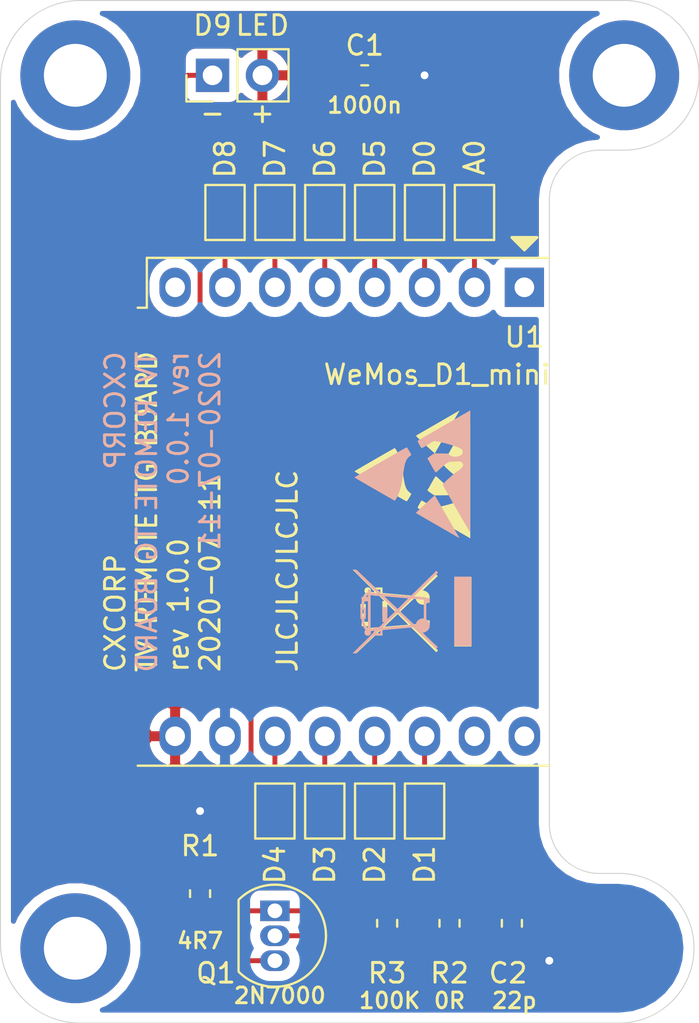
<source format=kicad_pcb>
(kicad_pcb (version 20171130) (host pcbnew "(5.1.6-0-10_14)")

  (general
    (thickness 1.6)
    (drawings 17)
    (tracks 67)
    (zones 0)
    (modules 25)
    (nets 21)
  )

  (page A4)
  (title_block
    (title "TV remote TG")
    (date 2020-07-11)
    (rev 1.0.1)
    (company cxcorp)
  )

  (layers
    (0 F.Cu signal)
    (31 B.Cu signal)
    (32 B.Adhes user)
    (33 F.Adhes user)
    (34 B.Paste user)
    (35 F.Paste user)
    (36 B.SilkS user)
    (37 F.SilkS user)
    (38 B.Mask user)
    (39 F.Mask user)
    (40 Dwgs.User user)
    (41 Cmts.User user)
    (42 Eco1.User user)
    (43 Eco2.User user)
    (44 Edge.Cuts user)
    (45 Margin user)
    (46 B.CrtYd user)
    (47 F.CrtYd user)
    (48 B.Fab user)
    (49 F.Fab user)
  )

  (setup
    (last_trace_width 0.25)
    (trace_clearance 0.2)
    (zone_clearance 0.508)
    (zone_45_only no)
    (trace_min 0.2)
    (via_size 0.8)
    (via_drill 0.4)
    (via_min_size 0.4)
    (via_min_drill 0.3)
    (uvia_size 0.3)
    (uvia_drill 0.1)
    (uvias_allowed no)
    (uvia_min_size 0.2)
    (uvia_min_drill 0.1)
    (edge_width 0.05)
    (segment_width 0.2)
    (pcb_text_width 0.3)
    (pcb_text_size 1.5 1.5)
    (mod_edge_width 0.12)
    (mod_text_size 1 1)
    (mod_text_width 0.15)
    (pad_size 1.524 1.524)
    (pad_drill 0.762)
    (pad_to_mask_clearance 0.051)
    (solder_mask_min_width 0.25)
    (aux_axis_origin 0 0)
    (visible_elements 7FFFF7FF)
    (pcbplotparams
      (layerselection 0x010f0_ffffffff)
      (usegerberextensions false)
      (usegerberattributes false)
      (usegerberadvancedattributes false)
      (creategerberjobfile false)
      (excludeedgelayer true)
      (linewidth 0.100000)
      (plotframeref false)
      (viasonmask false)
      (mode 1)
      (useauxorigin false)
      (hpglpennumber 1)
      (hpglpenspeed 20)
      (hpglpendiameter 15.000000)
      (psnegative false)
      (psa4output false)
      (plotreference true)
      (plotvalue true)
      (plotinvisibletext false)
      (padsonsilk false)
      (subtractmaskfromsilk false)
      (outputformat 1)
      (mirror false)
      (drillshape 0)
      (scaleselection 1)
      (outputdirectory "gerber/"))
  )

  (net 0 "")
  (net 1 GND)
  (net 2 +5V)
  (net 3 "Net-(D1-Pad1)")
  (net 4 FET_PIN)
  (net 5 "Net-(Q1-Pad1)")
  (net 6 "Net-(Q1-Pad2)")
  (net 7 "Net-(U1-Pad16)")
  (net 8 "Net-(U1-Pad15)")
  (net 9 "Net-(U1-Pad8)")
  (net 10 "Net-(U1-Pad1)")
  (net 11 "Net-(A0-Pad1)")
  (net 12 "Net-(D0-Pad1)")
  (net 13 "Net-(D2-Pad1)")
  (net 14 "Net-(D3-Pad1)")
  (net 15 "Net-(D4-Pad1)")
  (net 16 "Net-(D5-Pad1)")
  (net 17 "Net-(D6-Pad1)")
  (net 18 "Net-(D7-Pad1)")
  (net 19 "Net-(D8-Pad1)")
  (net 20 "Net-(D9-Pad1)")

  (net_class Default "This is the default net class."
    (clearance 0.2)
    (trace_width 0.25)
    (via_dia 0.8)
    (via_drill 0.4)
    (uvia_dia 0.3)
    (uvia_drill 0.1)
    (add_net FET_PIN)
    (add_net "Net-(A0-Pad1)")
    (add_net "Net-(D0-Pad1)")
    (add_net "Net-(D1-Pad1)")
    (add_net "Net-(D2-Pad1)")
    (add_net "Net-(D3-Pad1)")
    (add_net "Net-(D4-Pad1)")
    (add_net "Net-(D5-Pad1)")
    (add_net "Net-(D6-Pad1)")
    (add_net "Net-(D7-Pad1)")
    (add_net "Net-(D8-Pad1)")
    (add_net "Net-(D9-Pad1)")
    (add_net "Net-(Q1-Pad1)")
    (add_net "Net-(Q1-Pad2)")
    (add_net "Net-(U1-Pad1)")
    (add_net "Net-(U1-Pad15)")
    (add_net "Net-(U1-Pad16)")
    (add_net "Net-(U1-Pad8)")
  )

  (net_class PWR ""
    (clearance 0.4)
    (trace_width 0.4)
    (via_dia 0.8)
    (via_drill 0.4)
    (uvia_dia 0.3)
    (uvia_drill 0.1)
    (add_net +5V)
    (add_net GND)
  )

  (module Symbol:WEEE-Logo_4.2x6mm_SilkScreen (layer B.Cu) (tedit 0) (tstamp 5F09B6A6)
    (at 155.829 107.442 270)
    (descr "Waste Electrical and Electronic Equipment Directive")
    (tags "Logo WEEE")
    (attr virtual)
    (fp_text reference REF** (at 0 0 90) (layer B.SilkS) hide
      (effects (font (size 1 1) (thickness 0.15)) (justify mirror))
    )
    (fp_text value WEEE-Logo_4.2x6mm_SilkScreen (at 0.75 0 90) (layer B.Fab) hide
      (effects (font (size 1 1) (thickness 0.15)) (justify mirror))
    )
    (fp_poly (pts (xy 1.747822 -3.017822) (xy -1.772971 -3.017822) (xy -1.772971 -2.150198) (xy 1.747822 -2.150198)
      (xy 1.747822 -3.017822)) (layer B.SilkS) (width 0.01))
    (fp_poly (pts (xy 2.12443 2.935152) (xy 2.123811 2.848069) (xy 1.672086 2.389109) (xy 1.220361 1.930148)
      (xy 1.220032 1.719529) (xy 1.219703 1.508911) (xy 0.94461 1.508911) (xy 0.937522 1.45547)
      (xy 0.934838 1.431112) (xy 0.930313 1.385241) (xy 0.924191 1.320595) (xy 0.916712 1.239909)
      (xy 0.908119 1.145919) (xy 0.898654 1.041363) (xy 0.888558 0.928975) (xy 0.878074 0.811493)
      (xy 0.867444 0.691652) (xy 0.856909 0.572189) (xy 0.846713 0.455841) (xy 0.837095 0.345343)
      (xy 0.8283 0.243431) (xy 0.820568 0.152842) (xy 0.814142 0.076313) (xy 0.809263 0.016579)
      (xy 0.806175 -0.023624) (xy 0.805117 -0.041559) (xy 0.805118 -0.041644) (xy 0.812827 -0.056035)
      (xy 0.835981 -0.085748) (xy 0.874895 -0.131131) (xy 0.929884 -0.192529) (xy 1.001264 -0.270288)
      (xy 1.089349 -0.364754) (xy 1.194454 -0.476272) (xy 1.316895 -0.605188) (xy 1.35131 -0.641287)
      (xy 1.897137 -1.213416) (xy 1.808881 -1.301436) (xy 1.737485 -1.223758) (xy 1.711366 -1.195686)
      (xy 1.670566 -1.152274) (xy 1.617777 -1.096366) (xy 1.555691 -1.030808) (xy 1.487 -0.958441)
      (xy 1.414396 -0.882112) (xy 1.37096 -0.836524) (xy 1.289416 -0.751119) (xy 1.223504 -0.68271)
      (xy 1.171544 -0.630053) (xy 1.131855 -0.591905) (xy 1.102757 -0.56702) (xy 1.082569 -0.554156)
      (xy 1.06961 -0.552068) (xy 1.0622 -0.559513) (xy 1.058658 -0.575246) (xy 1.057303 -0.598023)
      (xy 1.057121 -0.604239) (xy 1.047703 -0.647061) (xy 1.024497 -0.698819) (xy 0.992136 -0.751328)
      (xy 0.955252 -0.796403) (xy 0.940493 -0.810328) (xy 0.864767 -0.859047) (xy 0.776308 -0.886306)
      (xy 0.6981 -0.892773) (xy 0.609468 -0.880576) (xy 0.527612 -0.844813) (xy 0.455164 -0.786722)
      (xy 0.441797 -0.772262) (xy 0.392918 -0.716733) (xy -0.452674 -0.716733) (xy -0.452674 -0.892773)
      (xy -0.67901 -0.892773) (xy -0.67901 -0.810531) (xy -0.68185 -0.754386) (xy -0.691393 -0.715416)
      (xy -0.702991 -0.694219) (xy -0.711277 -0.679052) (xy -0.718373 -0.657062) (xy -0.724748 -0.624987)
      (xy -0.730872 -0.579569) (xy -0.737216 -0.517548) (xy -0.74425 -0.435662) (xy -0.749066 -0.374746)
      (xy -0.771161 -0.089343) (xy -1.313565 -0.638805) (xy -1.411637 -0.738228) (xy -1.505784 -0.833815)
      (xy -1.594285 -0.92381) (xy -1.67542 -1.006457) (xy -1.747469 -1.080001) (xy -1.808712 -1.142684)
      (xy -1.857427 -1.192752) (xy -1.891896 -1.228448) (xy -1.910379 -1.247995) (xy -1.940743 -1.278944)
      (xy -1.966071 -1.30053) (xy -1.979695 -1.307723) (xy -1.997095 -1.299297) (xy -2.02246 -1.278245)
      (xy -2.031058 -1.269671) (xy -2.067514 -1.23162) (xy -1.866802 -1.027658) (xy -1.815596 -0.975699)
      (xy -1.749569 -0.90882) (xy -1.671618 -0.82995) (xy -1.584638 -0.742014) (xy -1.491526 -0.647941)
      (xy -1.395179 -0.550658) (xy -1.298492 -0.453093) (xy -1.229134 -0.383145) (xy -1.123703 -0.27655)
      (xy -1.035129 -0.186307) (xy -0.962281 -0.111192) (xy -0.904023 -0.049986) (xy -0.859225 -0.001466)
      (xy -0.837021 0.023871) (xy -0.658724 0.023871) (xy -0.636401 -0.261555) (xy -0.629669 -0.345219)
      (xy -0.623157 -0.421727) (xy -0.617234 -0.487081) (xy -0.612268 -0.537281) (xy -0.608629 -0.568329)
      (xy -0.607458 -0.575273) (xy -0.600838 -0.603565) (xy 0.348636 -0.603565) (xy 0.354974 -0.524606)
      (xy 0.37411 -0.431315) (xy 0.414154 -0.348791) (xy 0.472582 -0.280038) (xy 0.546871 -0.228063)
      (xy 0.630252 -0.196863) (xy 0.657302 -0.182228) (xy 0.670844 -0.150819) (xy 0.671128 -0.149434)
      (xy 0.672753 -0.136174) (xy 0.670744 -0.122595) (xy 0.663142 -0.106181) (xy 0.647984 -0.084411)
      (xy 0.623312 -0.054767) (xy 0.587164 -0.014732) (xy 0.53758 0.038215) (xy 0.472599 0.106591)
      (xy 0.468401 0.110995) (xy 0.398507 0.184389) (xy 0.3242 0.262563) (xy 0.250586 0.340136)
      (xy 0.182771 0.411725) (xy 0.12586 0.471949) (xy 0.113168 0.485413) (xy 0.064513 0.53618)
      (xy 0.021291 0.579625) (xy -0.013395 0.612759) (xy -0.036444 0.632595) (xy -0.044182 0.636954)
      (xy -0.055722 0.62783) (xy -0.08271 0.6028) (xy -0.123021 0.563948) (xy -0.174529 0.513357)
      (xy -0.235109 0.453112) (xy -0.302636 0.385296) (xy -0.357826 0.329435) (xy -0.658724 0.023871)
      (xy -0.837021 0.023871) (xy -0.826751 0.035589) (xy -0.805471 0.062401) (xy -0.794251 0.080192)
      (xy -0.791754 0.08843) (xy -0.7927 0.10641) (xy -0.795573 0.147108) (xy -0.800187 0.208181)
      (xy -0.806358 0.287287) (xy -0.813898 0.382086) (xy -0.822621 0.490233) (xy -0.832343 0.609388)
      (xy -0.842876 0.737209) (xy -0.851365 0.839365) (xy -0.899396 1.415326) (xy -0.775805 1.415326)
      (xy -0.775273 1.402896) (xy -0.772769 1.36789) (xy -0.768496 1.312785) (xy -0.762653 1.240057)
      (xy -0.755443 1.152186) (xy -0.747066 1.051649) (xy -0.737723 0.940923) (xy -0.728758 0.835795)
      (xy -0.718602 0.716517) (xy -0.709142 0.60392) (xy -0.700596 0.500695) (xy -0.693179 0.409527)
      (xy -0.687108 0.333105) (xy -0.682601 0.274117) (xy -0.679873 0.235251) (xy -0.679116 0.220156)
      (xy -0.677935 0.210762) (xy -0.673256 0.207034) (xy -0.663276 0.210529) (xy -0.64619 0.222801)
      (xy -0.620196 0.245406) (xy -0.58349 0.2799) (xy -0.534267 0.327838) (xy -0.470726 0.390776)
      (xy -0.403305 0.458032) (xy -0.127601 0.733523) (xy -0.129533 0.735594) (xy 0.05271 0.735594)
      (xy 0.061016 0.72422) (xy 0.084267 0.697437) (xy 0.120135 0.657708) (xy 0.166287 0.607493)
      (xy 0.220394 0.549254) (xy 0.280126 0.485453) (xy 0.343152 0.418551) (xy 0.407142 0.35101)
      (xy 0.469764 0.28529) (xy 0.52869 0.223854) (xy 0.581588 0.169163) (xy 0.626128 0.123678)
      (xy 0.65998 0.089862) (xy 0.680812 0.070174) (xy 0.686494 0.066163) (xy 0.688366 0.079109)
      (xy 0.692254 0.114866) (xy 0.697943 0.171196) (xy 0.705219 0.24586) (xy 0.713869 0.33662)
      (xy 0.723678 0.441238) (xy 0.734434 0.557474) (xy 0.745921 0.683092) (xy 0.755093 0.784382)
      (xy 0.766826 0.915721) (xy 0.777665 1.039448) (xy 0.78743 1.153319) (xy 0.795937 1.255089)
      (xy 0.803005 1.342513) (xy 0.808451 1.413347) (xy 0.812092 1.465347) (xy 0.813747 1.496268)
      (xy 0.813558 1.504297) (xy 0.803666 1.497146) (xy 0.778476 1.474159) (xy 0.74019 1.437561)
      (xy 0.691011 1.389578) (xy 0.633139 1.332434) (xy 0.568778 1.268353) (xy 0.500129 1.199562)
      (xy 0.429395 1.128284) (xy 0.358778 1.056745) (xy 0.29048 0.98717) (xy 0.226704 0.921783)
      (xy 0.16965 0.862809) (xy 0.121522 0.812473) (xy 0.084522 0.773001) (xy 0.060852 0.746617)
      (xy 0.05271 0.735594) (xy -0.129533 0.735594) (xy -0.230409 0.843705) (xy -0.282768 0.899623)
      (xy -0.341535 0.962052) (xy -0.404385 1.028557) (xy -0.468995 1.096702) (xy -0.533042 1.164052)
      (xy -0.594203 1.228172) (xy -0.650153 1.286628) (xy -0.69857 1.336982) (xy -0.73713 1.376802)
      (xy -0.763509 1.40365) (xy -0.775384 1.415092) (xy -0.775805 1.415326) (xy -0.899396 1.415326)
      (xy -0.911401 1.559274) (xy -1.511938 2.190842) (xy -2.112475 2.822411) (xy -2.112034 2.910685)
      (xy -2.111592 2.99896) (xy -2.014583 2.895334) (xy -1.960291 2.837537) (xy -1.896192 2.769632)
      (xy -1.824016 2.693428) (xy -1.745492 2.610731) (xy -1.662349 2.523347) (xy -1.576319 2.433085)
      (xy -1.48913 2.34175) (xy -1.402513 2.251151) (xy -1.318197 2.163093) (xy -1.237912 2.079385)
      (xy -1.163387 2.001833) (xy -1.096354 1.932243) (xy -1.038541 1.872424) (xy -0.991679 1.824182)
      (xy -0.957496 1.789324) (xy -0.937724 1.769657) (xy -0.93339 1.765884) (xy -0.933092 1.779008)
      (xy -0.934731 1.812611) (xy -0.938023 1.86212) (xy -0.942682 1.922963) (xy -0.944682 1.947268)
      (xy -0.959577 2.125049) (xy -0.842955 2.125049) (xy -0.836934 2.096757) (xy -0.833863 2.074382)
      (xy -0.829548 2.032283) (xy -0.824488 1.975822) (xy -0.819181 1.910365) (xy -0.817344 1.886138)
      (xy -0.811927 1.816579) (xy -0.806459 1.751982) (xy -0.801488 1.698452) (xy -0.797561 1.66209)
      (xy -0.796675 1.655491) (xy -0.793334 1.641944) (xy -0.786101 1.626086) (xy -0.77344 1.606139)
      (xy -0.753811 1.580327) (xy -0.725678 1.546871) (xy -0.687502 1.503993) (xy -0.637746 1.449917)
      (xy -0.574871 1.382864) (xy -0.497341 1.301057) (xy -0.418251 1.21805) (xy -0.339564 1.135906)
      (xy -0.266112 1.059831) (xy -0.199724 0.991675) (xy -0.142227 0.933288) (xy -0.095451 0.886519)
      (xy -0.061224 0.853218) (xy -0.041373 0.835233) (xy -0.03714 0.832558) (xy -0.026003 0.842259)
      (xy 0.000029 0.867559) (xy 0.03843 0.905918) (xy 0.086672 0.9548) (xy 0.14223 1.011666)
      (xy 0.182408 1.053094) (xy 0.392169 1.27) (xy -0.226337 1.27) (xy -0.226337 1.508911)
      (xy 0.528119 1.508911) (xy 0.528119 1.402458) (xy 0.666435 1.540346) (xy 0.764553 1.63816)
      (xy 0.955643 1.63816) (xy 0.957471 1.62273) (xy 0.966723 1.614133) (xy 0.98905 1.610387)
      (xy 1.030105 1.609511) (xy 1.037376 1.609505) (xy 1.119109 1.609505) (xy 1.119109 1.828828)
      (xy 1.037376 1.747821) (xy 0.99127 1.698572) (xy 0.963694 1.660841) (xy 0.955643 1.63816)
      (xy 0.764553 1.63816) (xy 0.804752 1.678234) (xy 0.804752 1.801048) (xy 0.805137 1.85755)
      (xy 0.8069 1.893495) (xy 0.81095 1.91347) (xy 0.818199 1.922063) (xy 0.82913 1.923861)
      (xy 0.841288 1.926502) (xy 0.850273 1.937088) (xy 0.857174 1.959619) (xy 0.863076 1.998091)
      (xy 0.869065 2.056502) (xy 0.870987 2.077896) (xy 0.875148 2.125049) (xy -0.842955 2.125049)
      (xy -0.959577 2.125049) (xy -1.119109 2.125049) (xy -1.119109 2.238218) (xy -1.051314 2.238218)
      (xy -1.011662 2.239304) (xy -0.990116 2.244546) (xy -0.98748 2.247666) (xy -0.848616 2.247666)
      (xy -0.841308 2.240538) (xy -0.815993 2.238338) (xy -0.798908 2.238218) (xy -0.741881 2.238218)
      (xy -0.529221 2.238218) (xy 0.885302 2.238218) (xy 0.837458 2.287214) (xy 0.76315 2.347676)
      (xy 0.671184 2.394309) (xy 0.560002 2.427751) (xy 0.449529 2.446247) (xy 0.377227 2.454878)
      (xy 0.377227 2.36396) (xy -0.201188 2.36396) (xy -0.201188 2.467107) (xy -0.286065 2.458504)
      (xy -0.345368 2.451244) (xy -0.408551 2.441621) (xy -0.446386 2.434748) (xy -0.521832 2.419593)
      (xy -0.525526 2.328905) (xy -0.529221 2.238218) (xy -0.741881 2.238218) (xy -0.741881 2.288515)
      (xy -0.743544 2.320024) (xy -0.747697 2.337537) (xy -0.749371 2.338812) (xy -0.767987 2.330746)
      (xy -0.795183 2.31118) (xy -0.822448 2.287056) (xy -0.841267 2.265318) (xy -0.842943 2.262492)
      (xy -0.848616 2.247666) (xy -0.98748 2.247666) (xy -0.979662 2.256919) (xy -0.975442 2.270396)
      (xy -0.958219 2.305373) (xy -0.925138 2.347421) (xy -0.881893 2.390644) (xy -0.834174 2.429146)
      (xy -0.80283 2.449199) (xy -0.767123 2.471149) (xy -0.748819 2.489589) (xy -0.742388 2.511332)
      (xy -0.741894 2.524282) (xy -0.741894 2.527425) (xy -0.100594 2.527425) (xy -0.100594 2.464554)
      (xy 0.276633 2.464554) (xy 0.276633 2.527425) (xy -0.100594 2.527425) (xy -0.741894 2.527425)
      (xy -0.741881 2.565148) (xy -0.636048 2.565148) (xy -0.587355 2.563971) (xy -0.549405 2.560835)
      (xy -0.528308 2.556329) (xy -0.526023 2.554505) (xy -0.512641 2.551705) (xy -0.480074 2.552852)
      (xy -0.433916 2.557607) (xy -0.402376 2.561997) (xy -0.345188 2.570622) (xy -0.292886 2.578409)
      (xy -0.253582 2.584153) (xy -0.242055 2.585785) (xy -0.211937 2.595112) (xy -0.201188 2.609728)
      (xy -0.19792 2.61568) (xy -0.18623 2.620222) (xy -0.163288 2.62353) (xy -0.126265 2.625785)
      (xy -0.072332 2.627166) (xy 0.00134 2.62785) (xy 0.08802 2.62802) (xy 0.180529 2.627923)
      (xy 0.250906 2.62747) (xy 0.302164 2.62641) (xy 0.33732 2.624497) (xy 0.359389 2.621481)
      (xy 0.371385 2.617115) (xy 0.376324 2.611151) (xy 0.377227 2.604216) (xy 0.384921 2.582205)
      (xy 0.410121 2.569679) (xy 0.456009 2.565212) (xy 0.464264 2.565148) (xy 0.541973 2.557132)
      (xy 0.630233 2.535064) (xy 0.721085 2.501916) (xy 0.80657 2.460661) (xy 0.878726 2.414269)
      (xy 0.888072 2.406918) (xy 0.918533 2.383002) (xy 0.936572 2.373424) (xy 0.949169 2.37652)
      (xy 0.9621 2.389296) (xy 1.000293 2.414322) (xy 1.049998 2.423929) (xy 1.103524 2.418933)
      (xy 1.153178 2.400149) (xy 1.191267 2.368394) (xy 1.194025 2.364703) (xy 1.222526 2.305425)
      (xy 1.227828 2.244066) (xy 1.210518 2.185573) (xy 1.17118 2.134896) (xy 1.16637 2.130711)
      (xy 1.13844 2.110833) (xy 1.110102 2.102079) (xy 1.070263 2.101447) (xy 1.060311 2.102008)
      (xy 1.021332 2.103438) (xy 1.001254 2.100161) (xy 0.993985 2.090272) (xy 0.99324 2.081039)
      (xy 0.991716 2.054256) (xy 0.987935 2.013975) (xy 0.985218 1.989876) (xy 0.981277 1.951599)
      (xy 0.982916 1.932004) (xy 0.992421 1.924842) (xy 1.009351 1.923861) (xy 1.019392 1.927099)
      (xy 1.03559 1.93758) (xy 1.059145 1.956452) (xy 1.091257 1.984865) (xy 1.133128 2.023965)
      (xy 1.185957 2.074903) (xy 1.250945 2.138827) (xy 1.329291 2.216886) (xy 1.422197 2.310228)
      (xy 1.530863 2.420002) (xy 1.583231 2.473048) (xy 2.125049 3.022233) (xy 2.12443 2.935152)) (layer B.SilkS) (width 0.01))
  )

  (module Symbol:ESD-Logo_6.6x6mm_SilkScreen (layer B.Cu) (tedit 0) (tstamp 5F09B699)
    (at 155.829 100.457 270)
    (descr "Electrostatic discharge Logo")
    (tags "Logo ESD")
    (attr virtual)
    (fp_text reference REF** (at 0 0 90) (layer B.SilkS) hide
      (effects (font (size 1 1) (thickness 0.15)) (justify mirror))
    )
    (fp_text value ESD-Logo_6.6x6mm_SilkScreen (at 0.75 0 90) (layer B.Fab) hide
      (effects (font (size 1 1) (thickness 0.15)) (justify mirror))
    )
    (fp_poly (pts (xy -1.677906 -0.291158) (xy -1.645381 -0.303736) (xy -1.595807 -0.328712) (xy -1.524626 -0.367876)
      (xy -1.519084 -0.370988) (xy -1.453526 -0.408476) (xy -1.398202 -0.441319) (xy -1.358545 -0.466205)
      (xy -1.339988 -0.47982) (xy -1.339469 -0.480487) (xy -1.343952 -0.49939) (xy -1.364514 -0.541605)
      (xy -1.399817 -0.604832) (xy -1.44852 -0.686772) (xy -1.509282 -0.785122) (xy -1.580764 -0.897585)
      (xy -1.598555 -0.925165) (xy -1.644907 -1.001699) (xy -1.678658 -1.067556) (xy -1.696847 -1.116782)
      (xy -1.698714 -1.126507) (xy -1.697885 -1.169312) (xy -1.688606 -1.237209) (xy -1.672032 -1.325843)
      (xy -1.64932 -1.430859) (xy -1.621627 -1.547902) (xy -1.59011 -1.672616) (xy -1.555925 -1.800645)
      (xy -1.520229 -1.927634) (xy -1.484179 -2.049228) (xy -1.448932 -2.161072) (xy -1.415644 -2.25881)
      (xy -1.385472 -2.338087) (xy -1.364439 -2.385122) (xy -1.339663 -2.435225) (xy -1.31627 -2.483168)
      (xy -1.315003 -2.485793) (xy -1.276301 -2.53422) (xy -1.219816 -2.566828) (xy -1.154061 -2.582454)
      (xy -1.087549 -2.579937) (xy -1.028795 -2.558114) (xy -0.995742 -2.529382) (xy -0.948141 -2.450583)
      (xy -0.913261 -2.352378) (xy -0.894123 -2.244779) (xy -0.891412 -2.18378) (xy -0.90233 -2.069935)
      (xy -0.934376 -1.97566) (xy -0.989274 -1.896379) (xy -1.006393 -1.878733) (xy -1.057339 -1.829235)
      (xy -1.060837 -1.479362) (xy -1.064336 -1.129489) (xy -0.975182 -0.994531) (xy -0.933346 -0.933445)
      (xy -0.893055 -0.878493) (xy -0.860057 -0.837336) (xy -0.845874 -0.822192) (xy -0.805719 -0.78481)
      (xy -0.751335 -0.814098) (xy -0.716961 -0.835084) (xy -0.698154 -0.851378) (xy -0.696951 -0.854307)
      (xy -0.684097 -0.866728) (xy -0.662104 -0.875977) (xy -0.64085 -0.884313) (xy -0.608306 -0.900149)
      (xy -0.561678 -0.925033) (xy -0.498171 -0.960509) (xy -0.414992 -1.008123) (xy -0.309347 -1.069422)
      (xy -0.251938 -1.102932) (xy -0.184406 -1.143071) (xy -0.140115 -1.171659) (xy -0.115145 -1.192039)
      (xy -0.105577 -1.207553) (xy -0.107492 -1.221546) (xy -0.109089 -1.224796) (xy -0.124624 -1.245266)
      (xy -0.157864 -1.283665) (xy -0.204938 -1.335696) (xy -0.261972 -1.397066) (xy -0.3113 -1.44909)
      (xy -0.42497 -1.572567) (xy -0.513895 -1.679591) (xy -0.578866 -1.77124) (xy -0.620679 -1.848588)
      (xy -0.634783 -1.887866) (xy -0.640608 -1.922249) (xy -0.646625 -1.980899) (xy -0.652304 -2.057117)
      (xy -0.657116 -2.144202) (xy -0.659381 -2.199268) (xy -0.662541 -2.294464) (xy -0.663931 -2.364062)
      (xy -0.663142 -2.413409) (xy -0.659765 -2.447854) (xy -0.653392 -2.472743) (xy -0.643613 -2.493425)
      (xy -0.635933 -2.506053) (xy -0.591579 -2.554726) (xy -0.534426 -2.588645) (xy -0.474292 -2.603438)
      (xy -0.429227 -2.598086) (xy -0.388424 -2.57493) (xy -0.337276 -2.533462) (xy -0.282958 -2.480912)
      (xy -0.232643 -2.424516) (xy -0.193506 -2.371505) (xy -0.179095 -2.345889) (xy -0.157509 -2.310814)
      (xy -0.118247 -2.257389) (xy -0.064898 -2.189789) (xy -0.001048 -2.11219) (xy 0.069715 -2.028768)
      (xy 0.143804 -1.943698) (xy 0.217632 -1.861155) (xy 0.287611 -1.785316) (xy 0.350155 -1.720356)
      (xy 0.39926 -1.672669) (xy 0.453779 -1.625032) (xy 0.499642 -1.589908) (xy 0.531811 -1.570949)
      (xy 0.542489 -1.568864) (xy 0.558853 -1.577274) (xy 0.599671 -1.599846) (xy 0.662586 -1.635224)
      (xy 0.745244 -1.682054) (xy 0.845289 -1.738981) (xy 0.960366 -1.804649) (xy 1.088119 -1.877703)
      (xy 1.226194 -1.956788) (xy 1.372234 -2.040548) (xy 1.523884 -2.127629) (xy 1.67879 -2.216676)
      (xy 1.834595 -2.306332) (xy 1.988944 -2.395243) (xy 2.139482 -2.482054) (xy 2.283854 -2.565409)
      (xy 2.419704 -2.643954) (xy 2.544677 -2.716333) (xy 2.656417 -2.78119) (xy 2.75257 -2.837171)
      (xy 2.830779 -2.88292) (xy 2.888689 -2.917083) (xy 2.923946 -2.938304) (xy 2.934165 -2.944963)
      (xy 2.920402 -2.94628) (xy 2.877104 -2.947559) (xy 2.805714 -2.948796) (xy 2.707673 -2.949983)
      (xy 2.584422 -2.951115) (xy 2.437403 -2.952186) (xy 2.268057 -2.953189) (xy 2.077826 -2.954119)
      (xy 1.868151 -2.954968) (xy 1.640473 -2.955732) (xy 1.396235 -2.956403) (xy 1.136877 -2.956976)
      (xy 0.863841 -2.957444) (xy 0.578568 -2.957802) (xy 0.2825 -2.958042) (xy -0.022921 -2.958159)
      (xy -0.151076 -2.958171) (xy -3.25103 -2.958171) (xy -3.029947 -2.574847) (xy -2.983144 -2.49368)
      (xy -2.922898 -2.389166) (xy -2.851222 -2.264801) (xy -2.770131 -2.124082) (xy -2.681638 -1.970503)
      (xy -2.58776 -1.807562) (xy -2.490509 -1.638754) (xy -2.3919 -1.467575) (xy -2.293947 -1.297521)
      (xy -2.269175 -1.254512) (xy -2.178848 -1.097857) (xy -2.092711 -0.948803) (xy -2.012058 -0.809568)
      (xy -1.938184 -0.682371) (xy -1.872383 -0.569432) (xy -1.81595 -0.472968) (xy -1.770179 -0.3952)
      (xy -1.736365 -0.338346) (xy -1.715802 -0.304625) (xy -1.710047 -0.29604) (xy -1.697942 -0.289189)
      (xy -1.677906 -0.291158)) (layer B.SilkS) (width 0.01))
    (fp_poly (pts (xy 1.987528 -0.234619) (xy 1.998908 -0.253693) (xy 2.024488 -0.297421) (xy 2.063002 -0.363619)
      (xy 2.113186 -0.450102) (xy 2.173775 -0.554685) (xy 2.243503 -0.675183) (xy 2.321107 -0.809412)
      (xy 2.40532 -0.955187) (xy 2.494879 -1.110323) (xy 2.586998 -1.27) (xy 2.681076 -1.433117)
      (xy 2.771402 -1.589709) (xy 2.856665 -1.737506) (xy 2.935557 -1.87424) (xy 3.006769 -1.997642)
      (xy 3.068991 -2.105444) (xy 3.120913 -2.195377) (xy 3.161228 -2.265173) (xy 3.188624 -2.312564)
      (xy 3.201507 -2.334786) (xy 3.222507 -2.37233) (xy 3.233925 -2.395831) (xy 3.234551 -2.39992)
      (xy 3.220636 -2.392242) (xy 3.181941 -2.370203) (xy 3.120487 -2.334971) (xy 3.038298 -2.287711)
      (xy 2.937396 -2.229589) (xy 2.819805 -2.161771) (xy 2.687546 -2.085424) (xy 2.542642 -2.001714)
      (xy 2.387117 -1.911806) (xy 2.222992 -1.816867) (xy 2.160549 -1.780732) (xy 1.993487 -1.684083)
      (xy 1.834074 -1.591938) (xy 1.684355 -1.505475) (xy 1.546376 -1.425871) (xy 1.422185 -1.354305)
      (xy 1.313827 -1.291955) (xy 1.223348 -1.239998) (xy 1.152796 -1.199613) (xy 1.104215 -1.171978)
      (xy 1.079654 -1.158272) (xy 1.077085 -1.156974) (xy 1.084569 -1.14522) (xy 1.110614 -1.113795)
      (xy 1.152559 -1.065594) (xy 1.207746 -1.00351) (xy 1.273517 -0.930439) (xy 1.347212 -0.849276)
      (xy 1.426173 -0.762916) (xy 1.50774 -0.674253) (xy 1.589254 -0.586182) (xy 1.668057 -0.501599)
      (xy 1.74149 -0.423397) (xy 1.806893 -0.354472) (xy 1.861608 -0.297719) (xy 1.902977 -0.256032)
      (xy 1.917164 -0.242363) (xy 1.96418 -0.198201) (xy 1.987528 -0.234619)) (layer B.SilkS) (width 0.01))
    (fp_poly (pts (xy 0.164043 2.914165) (xy 0.187065 2.876755) (xy 0.222534 2.817486) (xy 0.268996 2.738882)
      (xy 0.324996 2.643462) (xy 0.389081 2.53375) (xy 0.459796 2.412266) (xy 0.535687 2.281532)
      (xy 0.615299 2.14407) (xy 0.697178 2.002402) (xy 0.77987 1.859049) (xy 0.861921 1.716533)
      (xy 0.941876 1.577376) (xy 1.018281 1.444099) (xy 1.089682 1.319224) (xy 1.154624 1.205273)
      (xy 1.211653 1.104767) (xy 1.259315 1.020228) (xy 1.296155 0.954178) (xy 1.32072 0.909138)
      (xy 1.331554 0.88763) (xy 1.331951 0.886286) (xy 1.318501 0.868035) (xy 1.281114 0.840118)
      (xy 1.224235 0.805275) (xy 1.152312 0.766246) (xy 1.077015 0.729157) (xy 0.97456 0.684183)
      (xy 0.866817 0.643774) (xy 0.750073 0.607031) (xy 0.620618 0.573058) (xy 0.47474 0.540956)
      (xy 0.308726 0.509827) (xy 0.118866 0.478773) (xy -0.077531 0.449855) (xy -0.248166 0.4242)
      (xy -0.391455 0.398802) (xy -0.510992 0.372398) (xy -0.61037 0.343727) (xy -0.693182 0.311527)
      (xy -0.763022 0.274535) (xy -0.823482 0.231488) (xy -0.878155 0.181125) (xy -0.895786 0.162417)
      (xy -0.934 0.118861) (xy -0.962268 0.083318) (xy -0.975382 0.062417) (xy -0.975732 0.060703)
      (xy -0.98032 0.050194) (xy -0.996242 0.050076) (xy -1.026734 0.061746) (xy -1.075032 0.086604)
      (xy -1.144373 0.126048) (xy -1.192561 0.154413) (xy -1.264417 0.198753) (xy -1.320258 0.236721)
      (xy -1.356333 0.265584) (xy -1.368887 0.282612) (xy -1.368879 0.282736) (xy -1.361094 0.298963)
      (xy -1.339108 0.3396) (xy -1.304197 0.402433) (xy -1.257637 0.485248) (xy -1.200705 0.585828)
      (xy -1.134677 0.70196) (xy -1.060828 0.831429) (xy -0.980436 0.97202) (xy -0.894776 1.121518)
      (xy -0.805124 1.277708) (xy -0.712757 1.438376) (xy -0.618951 1.601307) (xy -0.524982 1.764287)
      (xy -0.432126 1.9251) (xy -0.34166 2.081532) (xy -0.254859 2.231367) (xy -0.173 2.372392)
      (xy -0.097359 2.502391) (xy -0.029213 2.619151) (xy 0.030163 2.720455) (xy 0.079493 2.804089)
      (xy 0.1175 2.867838) (xy 0.142907 2.909489) (xy 0.15444 2.926825) (xy 0.154923 2.927195)
      (xy 0.164043 2.914165)) (layer B.SilkS) (width 0.01))
  )

  (module Symbol:WEEE-Logo_4.2x6mm_SilkScreen (layer F.Cu) (tedit 0) (tstamp 5F09AF87)
    (at 155.829 107.442 90)
    (descr "Waste Electrical and Electronic Equipment Directive")
    (tags "Logo WEEE")
    (attr virtual)
    (fp_text reference REF** (at 0 0 90) (layer F.SilkS) hide
      (effects (font (size 1 1) (thickness 0.15)))
    )
    (fp_text value WEEE-Logo_4.2x6mm_SilkScreen (at 0.75 0 90) (layer F.Fab) hide
      (effects (font (size 1 1) (thickness 0.15)))
    )
    (fp_poly (pts (xy 2.12443 -2.935152) (xy 2.123811 -2.848069) (xy 1.672086 -2.389109) (xy 1.220361 -1.930148)
      (xy 1.220032 -1.719529) (xy 1.219703 -1.508911) (xy 0.94461 -1.508911) (xy 0.937522 -1.45547)
      (xy 0.934838 -1.431112) (xy 0.930313 -1.385241) (xy 0.924191 -1.320595) (xy 0.916712 -1.239909)
      (xy 0.908119 -1.145919) (xy 0.898654 -1.041363) (xy 0.888558 -0.928975) (xy 0.878074 -0.811493)
      (xy 0.867444 -0.691652) (xy 0.856909 -0.572189) (xy 0.846713 -0.455841) (xy 0.837095 -0.345343)
      (xy 0.8283 -0.243431) (xy 0.820568 -0.152842) (xy 0.814142 -0.076313) (xy 0.809263 -0.016579)
      (xy 0.806175 0.023624) (xy 0.805117 0.041559) (xy 0.805118 0.041644) (xy 0.812827 0.056035)
      (xy 0.835981 0.085748) (xy 0.874895 0.131131) (xy 0.929884 0.192529) (xy 1.001264 0.270288)
      (xy 1.089349 0.364754) (xy 1.194454 0.476272) (xy 1.316895 0.605188) (xy 1.35131 0.641287)
      (xy 1.897137 1.213416) (xy 1.808881 1.301436) (xy 1.737485 1.223758) (xy 1.711366 1.195686)
      (xy 1.670566 1.152274) (xy 1.617777 1.096366) (xy 1.555691 1.030808) (xy 1.487 0.958441)
      (xy 1.414396 0.882112) (xy 1.37096 0.836524) (xy 1.289416 0.751119) (xy 1.223504 0.68271)
      (xy 1.171544 0.630053) (xy 1.131855 0.591905) (xy 1.102757 0.56702) (xy 1.082569 0.554156)
      (xy 1.06961 0.552068) (xy 1.0622 0.559513) (xy 1.058658 0.575246) (xy 1.057303 0.598023)
      (xy 1.057121 0.604239) (xy 1.047703 0.647061) (xy 1.024497 0.698819) (xy 0.992136 0.751328)
      (xy 0.955252 0.796403) (xy 0.940493 0.810328) (xy 0.864767 0.859047) (xy 0.776308 0.886306)
      (xy 0.6981 0.892773) (xy 0.609468 0.880576) (xy 0.527612 0.844813) (xy 0.455164 0.786722)
      (xy 0.441797 0.772262) (xy 0.392918 0.716733) (xy -0.452674 0.716733) (xy -0.452674 0.892773)
      (xy -0.67901 0.892773) (xy -0.67901 0.810531) (xy -0.68185 0.754386) (xy -0.691393 0.715416)
      (xy -0.702991 0.694219) (xy -0.711277 0.679052) (xy -0.718373 0.657062) (xy -0.724748 0.624987)
      (xy -0.730872 0.579569) (xy -0.737216 0.517548) (xy -0.74425 0.435662) (xy -0.749066 0.374746)
      (xy -0.771161 0.089343) (xy -1.313565 0.638805) (xy -1.411637 0.738228) (xy -1.505784 0.833815)
      (xy -1.594285 0.92381) (xy -1.67542 1.006457) (xy -1.747469 1.080001) (xy -1.808712 1.142684)
      (xy -1.857427 1.192752) (xy -1.891896 1.228448) (xy -1.910379 1.247995) (xy -1.940743 1.278944)
      (xy -1.966071 1.30053) (xy -1.979695 1.307723) (xy -1.997095 1.299297) (xy -2.02246 1.278245)
      (xy -2.031058 1.269671) (xy -2.067514 1.23162) (xy -1.866802 1.027658) (xy -1.815596 0.975699)
      (xy -1.749569 0.90882) (xy -1.671618 0.82995) (xy -1.584638 0.742014) (xy -1.491526 0.647941)
      (xy -1.395179 0.550658) (xy -1.298492 0.453093) (xy -1.229134 0.383145) (xy -1.123703 0.27655)
      (xy -1.035129 0.186307) (xy -0.962281 0.111192) (xy -0.904023 0.049986) (xy -0.859225 0.001466)
      (xy -0.837021 -0.023871) (xy -0.658724 -0.023871) (xy -0.636401 0.261555) (xy -0.629669 0.345219)
      (xy -0.623157 0.421727) (xy -0.617234 0.487081) (xy -0.612268 0.537281) (xy -0.608629 0.568329)
      (xy -0.607458 0.575273) (xy -0.600838 0.603565) (xy 0.348636 0.603565) (xy 0.354974 0.524606)
      (xy 0.37411 0.431315) (xy 0.414154 0.348791) (xy 0.472582 0.280038) (xy 0.546871 0.228063)
      (xy 0.630252 0.196863) (xy 0.657302 0.182228) (xy 0.670844 0.150819) (xy 0.671128 0.149434)
      (xy 0.672753 0.136174) (xy 0.670744 0.122595) (xy 0.663142 0.106181) (xy 0.647984 0.084411)
      (xy 0.623312 0.054767) (xy 0.587164 0.014732) (xy 0.53758 -0.038215) (xy 0.472599 -0.106591)
      (xy 0.468401 -0.110995) (xy 0.398507 -0.184389) (xy 0.3242 -0.262563) (xy 0.250586 -0.340136)
      (xy 0.182771 -0.411725) (xy 0.12586 -0.471949) (xy 0.113168 -0.485413) (xy 0.064513 -0.53618)
      (xy 0.021291 -0.579625) (xy -0.013395 -0.612759) (xy -0.036444 -0.632595) (xy -0.044182 -0.636954)
      (xy -0.055722 -0.62783) (xy -0.08271 -0.6028) (xy -0.123021 -0.563948) (xy -0.174529 -0.513357)
      (xy -0.235109 -0.453112) (xy -0.302636 -0.385296) (xy -0.357826 -0.329435) (xy -0.658724 -0.023871)
      (xy -0.837021 -0.023871) (xy -0.826751 -0.035589) (xy -0.805471 -0.062401) (xy -0.794251 -0.080192)
      (xy -0.791754 -0.08843) (xy -0.7927 -0.10641) (xy -0.795573 -0.147108) (xy -0.800187 -0.208181)
      (xy -0.806358 -0.287287) (xy -0.813898 -0.382086) (xy -0.822621 -0.490233) (xy -0.832343 -0.609388)
      (xy -0.842876 -0.737209) (xy -0.851365 -0.839365) (xy -0.899396 -1.415326) (xy -0.775805 -1.415326)
      (xy -0.775273 -1.402896) (xy -0.772769 -1.36789) (xy -0.768496 -1.312785) (xy -0.762653 -1.240057)
      (xy -0.755443 -1.152186) (xy -0.747066 -1.051649) (xy -0.737723 -0.940923) (xy -0.728758 -0.835795)
      (xy -0.718602 -0.716517) (xy -0.709142 -0.60392) (xy -0.700596 -0.500695) (xy -0.693179 -0.409527)
      (xy -0.687108 -0.333105) (xy -0.682601 -0.274117) (xy -0.679873 -0.235251) (xy -0.679116 -0.220156)
      (xy -0.677935 -0.210762) (xy -0.673256 -0.207034) (xy -0.663276 -0.210529) (xy -0.64619 -0.222801)
      (xy -0.620196 -0.245406) (xy -0.58349 -0.2799) (xy -0.534267 -0.327838) (xy -0.470726 -0.390776)
      (xy -0.403305 -0.458032) (xy -0.127601 -0.733523) (xy -0.129533 -0.735594) (xy 0.05271 -0.735594)
      (xy 0.061016 -0.72422) (xy 0.084267 -0.697437) (xy 0.120135 -0.657708) (xy 0.166287 -0.607493)
      (xy 0.220394 -0.549254) (xy 0.280126 -0.485453) (xy 0.343152 -0.418551) (xy 0.407142 -0.35101)
      (xy 0.469764 -0.28529) (xy 0.52869 -0.223854) (xy 0.581588 -0.169163) (xy 0.626128 -0.123678)
      (xy 0.65998 -0.089862) (xy 0.680812 -0.070174) (xy 0.686494 -0.066163) (xy 0.688366 -0.079109)
      (xy 0.692254 -0.114866) (xy 0.697943 -0.171196) (xy 0.705219 -0.24586) (xy 0.713869 -0.33662)
      (xy 0.723678 -0.441238) (xy 0.734434 -0.557474) (xy 0.745921 -0.683092) (xy 0.755093 -0.784382)
      (xy 0.766826 -0.915721) (xy 0.777665 -1.039448) (xy 0.78743 -1.153319) (xy 0.795937 -1.255089)
      (xy 0.803005 -1.342513) (xy 0.808451 -1.413347) (xy 0.812092 -1.465347) (xy 0.813747 -1.496268)
      (xy 0.813558 -1.504297) (xy 0.803666 -1.497146) (xy 0.778476 -1.474159) (xy 0.74019 -1.437561)
      (xy 0.691011 -1.389578) (xy 0.633139 -1.332434) (xy 0.568778 -1.268353) (xy 0.500129 -1.199562)
      (xy 0.429395 -1.128284) (xy 0.358778 -1.056745) (xy 0.29048 -0.98717) (xy 0.226704 -0.921783)
      (xy 0.16965 -0.862809) (xy 0.121522 -0.812473) (xy 0.084522 -0.773001) (xy 0.060852 -0.746617)
      (xy 0.05271 -0.735594) (xy -0.129533 -0.735594) (xy -0.230409 -0.843705) (xy -0.282768 -0.899623)
      (xy -0.341535 -0.962052) (xy -0.404385 -1.028557) (xy -0.468995 -1.096702) (xy -0.533042 -1.164052)
      (xy -0.594203 -1.228172) (xy -0.650153 -1.286628) (xy -0.69857 -1.336982) (xy -0.73713 -1.376802)
      (xy -0.763509 -1.40365) (xy -0.775384 -1.415092) (xy -0.775805 -1.415326) (xy -0.899396 -1.415326)
      (xy -0.911401 -1.559274) (xy -1.511938 -2.190842) (xy -2.112475 -2.822411) (xy -2.112034 -2.910685)
      (xy -2.111592 -2.99896) (xy -2.014583 -2.895334) (xy -1.960291 -2.837537) (xy -1.896192 -2.769632)
      (xy -1.824016 -2.693428) (xy -1.745492 -2.610731) (xy -1.662349 -2.523347) (xy -1.576319 -2.433085)
      (xy -1.48913 -2.34175) (xy -1.402513 -2.251151) (xy -1.318197 -2.163093) (xy -1.237912 -2.079385)
      (xy -1.163387 -2.001833) (xy -1.096354 -1.932243) (xy -1.038541 -1.872424) (xy -0.991679 -1.824182)
      (xy -0.957496 -1.789324) (xy -0.937724 -1.769657) (xy -0.93339 -1.765884) (xy -0.933092 -1.779008)
      (xy -0.934731 -1.812611) (xy -0.938023 -1.86212) (xy -0.942682 -1.922963) (xy -0.944682 -1.947268)
      (xy -0.959577 -2.125049) (xy -0.842955 -2.125049) (xy -0.836934 -2.096757) (xy -0.833863 -2.074382)
      (xy -0.829548 -2.032283) (xy -0.824488 -1.975822) (xy -0.819181 -1.910365) (xy -0.817344 -1.886138)
      (xy -0.811927 -1.816579) (xy -0.806459 -1.751982) (xy -0.801488 -1.698452) (xy -0.797561 -1.66209)
      (xy -0.796675 -1.655491) (xy -0.793334 -1.641944) (xy -0.786101 -1.626086) (xy -0.77344 -1.606139)
      (xy -0.753811 -1.580327) (xy -0.725678 -1.546871) (xy -0.687502 -1.503993) (xy -0.637746 -1.449917)
      (xy -0.574871 -1.382864) (xy -0.497341 -1.301057) (xy -0.418251 -1.21805) (xy -0.339564 -1.135906)
      (xy -0.266112 -1.059831) (xy -0.199724 -0.991675) (xy -0.142227 -0.933288) (xy -0.095451 -0.886519)
      (xy -0.061224 -0.853218) (xy -0.041373 -0.835233) (xy -0.03714 -0.832558) (xy -0.026003 -0.842259)
      (xy 0.000029 -0.867559) (xy 0.03843 -0.905918) (xy 0.086672 -0.9548) (xy 0.14223 -1.011666)
      (xy 0.182408 -1.053094) (xy 0.392169 -1.27) (xy -0.226337 -1.27) (xy -0.226337 -1.508911)
      (xy 0.528119 -1.508911) (xy 0.528119 -1.402458) (xy 0.666435 -1.540346) (xy 0.764553 -1.63816)
      (xy 0.955643 -1.63816) (xy 0.957471 -1.62273) (xy 0.966723 -1.614133) (xy 0.98905 -1.610387)
      (xy 1.030105 -1.609511) (xy 1.037376 -1.609505) (xy 1.119109 -1.609505) (xy 1.119109 -1.828828)
      (xy 1.037376 -1.747821) (xy 0.99127 -1.698572) (xy 0.963694 -1.660841) (xy 0.955643 -1.63816)
      (xy 0.764553 -1.63816) (xy 0.804752 -1.678234) (xy 0.804752 -1.801048) (xy 0.805137 -1.85755)
      (xy 0.8069 -1.893495) (xy 0.81095 -1.91347) (xy 0.818199 -1.922063) (xy 0.82913 -1.923861)
      (xy 0.841288 -1.926502) (xy 0.850273 -1.937088) (xy 0.857174 -1.959619) (xy 0.863076 -1.998091)
      (xy 0.869065 -2.056502) (xy 0.870987 -2.077896) (xy 0.875148 -2.125049) (xy -0.842955 -2.125049)
      (xy -0.959577 -2.125049) (xy -1.119109 -2.125049) (xy -1.119109 -2.238218) (xy -1.051314 -2.238218)
      (xy -1.011662 -2.239304) (xy -0.990116 -2.244546) (xy -0.98748 -2.247666) (xy -0.848616 -2.247666)
      (xy -0.841308 -2.240538) (xy -0.815993 -2.238338) (xy -0.798908 -2.238218) (xy -0.741881 -2.238218)
      (xy -0.529221 -2.238218) (xy 0.885302 -2.238218) (xy 0.837458 -2.287214) (xy 0.76315 -2.347676)
      (xy 0.671184 -2.394309) (xy 0.560002 -2.427751) (xy 0.449529 -2.446247) (xy 0.377227 -2.454878)
      (xy 0.377227 -2.36396) (xy -0.201188 -2.36396) (xy -0.201188 -2.467107) (xy -0.286065 -2.458504)
      (xy -0.345368 -2.451244) (xy -0.408551 -2.441621) (xy -0.446386 -2.434748) (xy -0.521832 -2.419593)
      (xy -0.525526 -2.328905) (xy -0.529221 -2.238218) (xy -0.741881 -2.238218) (xy -0.741881 -2.288515)
      (xy -0.743544 -2.320024) (xy -0.747697 -2.337537) (xy -0.749371 -2.338812) (xy -0.767987 -2.330746)
      (xy -0.795183 -2.31118) (xy -0.822448 -2.287056) (xy -0.841267 -2.265318) (xy -0.842943 -2.262492)
      (xy -0.848616 -2.247666) (xy -0.98748 -2.247666) (xy -0.979662 -2.256919) (xy -0.975442 -2.270396)
      (xy -0.958219 -2.305373) (xy -0.925138 -2.347421) (xy -0.881893 -2.390644) (xy -0.834174 -2.429146)
      (xy -0.80283 -2.449199) (xy -0.767123 -2.471149) (xy -0.748819 -2.489589) (xy -0.742388 -2.511332)
      (xy -0.741894 -2.524282) (xy -0.741894 -2.527425) (xy -0.100594 -2.527425) (xy -0.100594 -2.464554)
      (xy 0.276633 -2.464554) (xy 0.276633 -2.527425) (xy -0.100594 -2.527425) (xy -0.741894 -2.527425)
      (xy -0.741881 -2.565148) (xy -0.636048 -2.565148) (xy -0.587355 -2.563971) (xy -0.549405 -2.560835)
      (xy -0.528308 -2.556329) (xy -0.526023 -2.554505) (xy -0.512641 -2.551705) (xy -0.480074 -2.552852)
      (xy -0.433916 -2.557607) (xy -0.402376 -2.561997) (xy -0.345188 -2.570622) (xy -0.292886 -2.578409)
      (xy -0.253582 -2.584153) (xy -0.242055 -2.585785) (xy -0.211937 -2.595112) (xy -0.201188 -2.609728)
      (xy -0.19792 -2.61568) (xy -0.18623 -2.620222) (xy -0.163288 -2.62353) (xy -0.126265 -2.625785)
      (xy -0.072332 -2.627166) (xy 0.00134 -2.62785) (xy 0.08802 -2.62802) (xy 0.180529 -2.627923)
      (xy 0.250906 -2.62747) (xy 0.302164 -2.62641) (xy 0.33732 -2.624497) (xy 0.359389 -2.621481)
      (xy 0.371385 -2.617115) (xy 0.376324 -2.611151) (xy 0.377227 -2.604216) (xy 0.384921 -2.582205)
      (xy 0.410121 -2.569679) (xy 0.456009 -2.565212) (xy 0.464264 -2.565148) (xy 0.541973 -2.557132)
      (xy 0.630233 -2.535064) (xy 0.721085 -2.501916) (xy 0.80657 -2.460661) (xy 0.878726 -2.414269)
      (xy 0.888072 -2.406918) (xy 0.918533 -2.383002) (xy 0.936572 -2.373424) (xy 0.949169 -2.37652)
      (xy 0.9621 -2.389296) (xy 1.000293 -2.414322) (xy 1.049998 -2.423929) (xy 1.103524 -2.418933)
      (xy 1.153178 -2.400149) (xy 1.191267 -2.368394) (xy 1.194025 -2.364703) (xy 1.222526 -2.305425)
      (xy 1.227828 -2.244066) (xy 1.210518 -2.185573) (xy 1.17118 -2.134896) (xy 1.16637 -2.130711)
      (xy 1.13844 -2.110833) (xy 1.110102 -2.102079) (xy 1.070263 -2.101447) (xy 1.060311 -2.102008)
      (xy 1.021332 -2.103438) (xy 1.001254 -2.100161) (xy 0.993985 -2.090272) (xy 0.99324 -2.081039)
      (xy 0.991716 -2.054256) (xy 0.987935 -2.013975) (xy 0.985218 -1.989876) (xy 0.981277 -1.951599)
      (xy 0.982916 -1.932004) (xy 0.992421 -1.924842) (xy 1.009351 -1.923861) (xy 1.019392 -1.927099)
      (xy 1.03559 -1.93758) (xy 1.059145 -1.956452) (xy 1.091257 -1.984865) (xy 1.133128 -2.023965)
      (xy 1.185957 -2.074903) (xy 1.250945 -2.138827) (xy 1.329291 -2.216886) (xy 1.422197 -2.310228)
      (xy 1.530863 -2.420002) (xy 1.583231 -2.473048) (xy 2.125049 -3.022233) (xy 2.12443 -2.935152)) (layer F.SilkS) (width 0.01))
    (fp_poly (pts (xy 1.747822 3.017822) (xy -1.772971 3.017822) (xy -1.772971 2.150198) (xy 1.747822 2.150198)
      (xy 1.747822 3.017822)) (layer F.SilkS) (width 0.01))
  )

  (module Symbol:ESD-Logo_6.6x6mm_SilkScreen (layer F.Cu) (tedit 0) (tstamp 5F09A5FC)
    (at 155.829 100.457 90)
    (descr "Electrostatic discharge Logo")
    (tags "Logo ESD")
    (attr virtual)
    (fp_text reference REF** (at 0 0 90) (layer F.SilkS) hide
      (effects (font (size 1 1) (thickness 0.15)))
    )
    (fp_text value ESD-Logo_6.6x6mm_SilkScreen (at 0.75 0 90) (layer F.Fab) hide
      (effects (font (size 1 1) (thickness 0.15)))
    )
    (fp_poly (pts (xy 0.164043 -2.914165) (xy 0.187065 -2.876755) (xy 0.222534 -2.817486) (xy 0.268996 -2.738882)
      (xy 0.324996 -2.643462) (xy 0.389081 -2.53375) (xy 0.459796 -2.412266) (xy 0.535687 -2.281532)
      (xy 0.615299 -2.14407) (xy 0.697178 -2.002402) (xy 0.77987 -1.859049) (xy 0.861921 -1.716533)
      (xy 0.941876 -1.577376) (xy 1.018281 -1.444099) (xy 1.089682 -1.319224) (xy 1.154624 -1.205273)
      (xy 1.211653 -1.104767) (xy 1.259315 -1.020228) (xy 1.296155 -0.954178) (xy 1.32072 -0.909138)
      (xy 1.331554 -0.88763) (xy 1.331951 -0.886286) (xy 1.318501 -0.868035) (xy 1.281114 -0.840118)
      (xy 1.224235 -0.805275) (xy 1.152312 -0.766246) (xy 1.077015 -0.729157) (xy 0.97456 -0.684183)
      (xy 0.866817 -0.643774) (xy 0.750073 -0.607031) (xy 0.620618 -0.573058) (xy 0.47474 -0.540956)
      (xy 0.308726 -0.509827) (xy 0.118866 -0.478773) (xy -0.077531 -0.449855) (xy -0.248166 -0.4242)
      (xy -0.391455 -0.398802) (xy -0.510992 -0.372398) (xy -0.61037 -0.343727) (xy -0.693182 -0.311527)
      (xy -0.763022 -0.274535) (xy -0.823482 -0.231488) (xy -0.878155 -0.181125) (xy -0.895786 -0.162417)
      (xy -0.934 -0.118861) (xy -0.962268 -0.083318) (xy -0.975382 -0.062417) (xy -0.975732 -0.060703)
      (xy -0.98032 -0.050194) (xy -0.996242 -0.050076) (xy -1.026734 -0.061746) (xy -1.075032 -0.086604)
      (xy -1.144373 -0.126048) (xy -1.192561 -0.154413) (xy -1.264417 -0.198753) (xy -1.320258 -0.236721)
      (xy -1.356333 -0.265584) (xy -1.368887 -0.282612) (xy -1.368879 -0.282736) (xy -1.361094 -0.298963)
      (xy -1.339108 -0.3396) (xy -1.304197 -0.402433) (xy -1.257637 -0.485248) (xy -1.200705 -0.585828)
      (xy -1.134677 -0.70196) (xy -1.060828 -0.831429) (xy -0.980436 -0.97202) (xy -0.894776 -1.121518)
      (xy -0.805124 -1.277708) (xy -0.712757 -1.438376) (xy -0.618951 -1.601307) (xy -0.524982 -1.764287)
      (xy -0.432126 -1.9251) (xy -0.34166 -2.081532) (xy -0.254859 -2.231367) (xy -0.173 -2.372392)
      (xy -0.097359 -2.502391) (xy -0.029213 -2.619151) (xy 0.030163 -2.720455) (xy 0.079493 -2.804089)
      (xy 0.1175 -2.867838) (xy 0.142907 -2.909489) (xy 0.15444 -2.926825) (xy 0.154923 -2.927195)
      (xy 0.164043 -2.914165)) (layer F.SilkS) (width 0.01))
    (fp_poly (pts (xy 1.987528 0.234619) (xy 1.998908 0.253693) (xy 2.024488 0.297421) (xy 2.063002 0.363619)
      (xy 2.113186 0.450102) (xy 2.173775 0.554685) (xy 2.243503 0.675183) (xy 2.321107 0.809412)
      (xy 2.40532 0.955187) (xy 2.494879 1.110323) (xy 2.586998 1.27) (xy 2.681076 1.433117)
      (xy 2.771402 1.589709) (xy 2.856665 1.737506) (xy 2.935557 1.87424) (xy 3.006769 1.997642)
      (xy 3.068991 2.105444) (xy 3.120913 2.195377) (xy 3.161228 2.265173) (xy 3.188624 2.312564)
      (xy 3.201507 2.334786) (xy 3.222507 2.37233) (xy 3.233925 2.395831) (xy 3.234551 2.39992)
      (xy 3.220636 2.392242) (xy 3.181941 2.370203) (xy 3.120487 2.334971) (xy 3.038298 2.287711)
      (xy 2.937396 2.229589) (xy 2.819805 2.161771) (xy 2.687546 2.085424) (xy 2.542642 2.001714)
      (xy 2.387117 1.911806) (xy 2.222992 1.816867) (xy 2.160549 1.780732) (xy 1.993487 1.684083)
      (xy 1.834074 1.591938) (xy 1.684355 1.505475) (xy 1.546376 1.425871) (xy 1.422185 1.354305)
      (xy 1.313827 1.291955) (xy 1.223348 1.239998) (xy 1.152796 1.199613) (xy 1.104215 1.171978)
      (xy 1.079654 1.158272) (xy 1.077085 1.156974) (xy 1.084569 1.14522) (xy 1.110614 1.113795)
      (xy 1.152559 1.065594) (xy 1.207746 1.00351) (xy 1.273517 0.930439) (xy 1.347212 0.849276)
      (xy 1.426173 0.762916) (xy 1.50774 0.674253) (xy 1.589254 0.586182) (xy 1.668057 0.501599)
      (xy 1.74149 0.423397) (xy 1.806893 0.354472) (xy 1.861608 0.297719) (xy 1.902977 0.256032)
      (xy 1.917164 0.242363) (xy 1.96418 0.198201) (xy 1.987528 0.234619)) (layer F.SilkS) (width 0.01))
    (fp_poly (pts (xy -1.677906 0.291158) (xy -1.645381 0.303736) (xy -1.595807 0.328712) (xy -1.524626 0.367876)
      (xy -1.519084 0.370988) (xy -1.453526 0.408476) (xy -1.398202 0.441319) (xy -1.358545 0.466205)
      (xy -1.339988 0.47982) (xy -1.339469 0.480487) (xy -1.343952 0.49939) (xy -1.364514 0.541605)
      (xy -1.399817 0.604832) (xy -1.44852 0.686772) (xy -1.509282 0.785122) (xy -1.580764 0.897585)
      (xy -1.598555 0.925165) (xy -1.644907 1.001699) (xy -1.678658 1.067556) (xy -1.696847 1.116782)
      (xy -1.698714 1.126507) (xy -1.697885 1.169312) (xy -1.688606 1.237209) (xy -1.672032 1.325843)
      (xy -1.64932 1.430859) (xy -1.621627 1.547902) (xy -1.59011 1.672616) (xy -1.555925 1.800645)
      (xy -1.520229 1.927634) (xy -1.484179 2.049228) (xy -1.448932 2.161072) (xy -1.415644 2.25881)
      (xy -1.385472 2.338087) (xy -1.364439 2.385122) (xy -1.339663 2.435225) (xy -1.31627 2.483168)
      (xy -1.315003 2.485793) (xy -1.276301 2.53422) (xy -1.219816 2.566828) (xy -1.154061 2.582454)
      (xy -1.087549 2.579937) (xy -1.028795 2.558114) (xy -0.995742 2.529382) (xy -0.948141 2.450583)
      (xy -0.913261 2.352378) (xy -0.894123 2.244779) (xy -0.891412 2.18378) (xy -0.90233 2.069935)
      (xy -0.934376 1.97566) (xy -0.989274 1.896379) (xy -1.006393 1.878733) (xy -1.057339 1.829235)
      (xy -1.060837 1.479362) (xy -1.064336 1.129489) (xy -0.975182 0.994531) (xy -0.933346 0.933445)
      (xy -0.893055 0.878493) (xy -0.860057 0.837336) (xy -0.845874 0.822192) (xy -0.805719 0.78481)
      (xy -0.751335 0.814098) (xy -0.716961 0.835084) (xy -0.698154 0.851378) (xy -0.696951 0.854307)
      (xy -0.684097 0.866728) (xy -0.662104 0.875977) (xy -0.64085 0.884313) (xy -0.608306 0.900149)
      (xy -0.561678 0.925033) (xy -0.498171 0.960509) (xy -0.414992 1.008123) (xy -0.309347 1.069422)
      (xy -0.251938 1.102932) (xy -0.184406 1.143071) (xy -0.140115 1.171659) (xy -0.115145 1.192039)
      (xy -0.105577 1.207553) (xy -0.107492 1.221546) (xy -0.109089 1.224796) (xy -0.124624 1.245266)
      (xy -0.157864 1.283665) (xy -0.204938 1.335696) (xy -0.261972 1.397066) (xy -0.3113 1.44909)
      (xy -0.42497 1.572567) (xy -0.513895 1.679591) (xy -0.578866 1.77124) (xy -0.620679 1.848588)
      (xy -0.634783 1.887866) (xy -0.640608 1.922249) (xy -0.646625 1.980899) (xy -0.652304 2.057117)
      (xy -0.657116 2.144202) (xy -0.659381 2.199268) (xy -0.662541 2.294464) (xy -0.663931 2.364062)
      (xy -0.663142 2.413409) (xy -0.659765 2.447854) (xy -0.653392 2.472743) (xy -0.643613 2.493425)
      (xy -0.635933 2.506053) (xy -0.591579 2.554726) (xy -0.534426 2.588645) (xy -0.474292 2.603438)
      (xy -0.429227 2.598086) (xy -0.388424 2.57493) (xy -0.337276 2.533462) (xy -0.282958 2.480912)
      (xy -0.232643 2.424516) (xy -0.193506 2.371505) (xy -0.179095 2.345889) (xy -0.157509 2.310814)
      (xy -0.118247 2.257389) (xy -0.064898 2.189789) (xy -0.001048 2.11219) (xy 0.069715 2.028768)
      (xy 0.143804 1.943698) (xy 0.217632 1.861155) (xy 0.287611 1.785316) (xy 0.350155 1.720356)
      (xy 0.39926 1.672669) (xy 0.453779 1.625032) (xy 0.499642 1.589908) (xy 0.531811 1.570949)
      (xy 0.542489 1.568864) (xy 0.558853 1.577274) (xy 0.599671 1.599846) (xy 0.662586 1.635224)
      (xy 0.745244 1.682054) (xy 0.845289 1.738981) (xy 0.960366 1.804649) (xy 1.088119 1.877703)
      (xy 1.226194 1.956788) (xy 1.372234 2.040548) (xy 1.523884 2.127629) (xy 1.67879 2.216676)
      (xy 1.834595 2.306332) (xy 1.988944 2.395243) (xy 2.139482 2.482054) (xy 2.283854 2.565409)
      (xy 2.419704 2.643954) (xy 2.544677 2.716333) (xy 2.656417 2.78119) (xy 2.75257 2.837171)
      (xy 2.830779 2.88292) (xy 2.888689 2.917083) (xy 2.923946 2.938304) (xy 2.934165 2.944963)
      (xy 2.920402 2.94628) (xy 2.877104 2.947559) (xy 2.805714 2.948796) (xy 2.707673 2.949983)
      (xy 2.584422 2.951115) (xy 2.437403 2.952186) (xy 2.268057 2.953189) (xy 2.077826 2.954119)
      (xy 1.868151 2.954968) (xy 1.640473 2.955732) (xy 1.396235 2.956403) (xy 1.136877 2.956976)
      (xy 0.863841 2.957444) (xy 0.578568 2.957802) (xy 0.2825 2.958042) (xy -0.022921 2.958159)
      (xy -0.151076 2.958171) (xy -3.25103 2.958171) (xy -3.029947 2.574847) (xy -2.983144 2.49368)
      (xy -2.922898 2.389166) (xy -2.851222 2.264801) (xy -2.770131 2.124082) (xy -2.681638 1.970503)
      (xy -2.58776 1.807562) (xy -2.490509 1.638754) (xy -2.3919 1.467575) (xy -2.293947 1.297521)
      (xy -2.269175 1.254512) (xy -2.178848 1.097857) (xy -2.092711 0.948803) (xy -2.012058 0.809568)
      (xy -1.938184 0.682371) (xy -1.872383 0.569432) (xy -1.81595 0.472968) (xy -1.770179 0.3952)
      (xy -1.736365 0.338346) (xy -1.715802 0.304625) (xy -1.710047 0.29604) (xy -1.697942 0.289189)
      (xy -1.677906 0.291158)) (layer F.SilkS) (width 0.01))
  )

  (module tv-remote-tg:WEMOS_D1_mini_light (layer F.Cu) (tedit 5F08F19B) (tstamp 5F09B081)
    (at 161.544 90.932 270)
    (descr "16-pin module, column spacing 22.86 mm (900 mils), https://wiki.wemos.cc/products:d1:d1_mini, https://c1.staticflickr.com/1/734/31400410271_f278b087db_z.jpg")
    (tags "ESP8266 WiFi microcontroller")
    (path /5F08CBA3)
    (fp_text reference U1 (at 2.54 0 180) (layer F.SilkS)
      (effects (font (size 1 1) (thickness 0.15)))
    )
    (fp_text value WeMos_D1_mini (at 4.445 4.445 180) (layer F.SilkS)
      (effects (font (size 1 1) (thickness 0.15)))
    )
    (fp_line (start 1.04 19.22) (end 1.04 19.685) (layer F.SilkS) (width 0.12))
    (fp_line (start -1.5 19.22) (end 1.04 19.22) (layer F.SilkS) (width 0.12))
    (fp_line (start -0.37 0) (end -1.37 -1) (layer F.Fab) (width 0.1))
    (fp_line (start -1.37 1) (end -0.37 0) (layer F.Fab) (width 0.1))
    (fp_line (start -1.37 -6.21) (end -1.37 -1) (layer F.Fab) (width 0.1))
    (fp_line (start 1.17 19.09) (end 1.17 25.99) (layer F.Fab) (width 0.1))
    (fp_line (start -1.37 19.09) (end 1.17 19.09) (layer F.Fab) (width 0.1))
    (fp_line (start -1.35 -7.4) (end -0.55 -8.2) (layer Dwgs.User) (width 0.1))
    (fp_line (start -1.3 -5.45) (end 1.45 -8.2) (layer Dwgs.User) (width 0.1))
    (fp_line (start -1.35 -3.4) (end 3.45 -8.2) (layer Dwgs.User) (width 0.1))
    (fp_line (start 22.65 -1.4) (end 24.25 -3) (layer Dwgs.User) (width 0.1))
    (fp_line (start 20.65 -1.4) (end 24.25 -5) (layer Dwgs.User) (width 0.1))
    (fp_line (start 18.65 -1.4) (end 24.25 -7) (layer Dwgs.User) (width 0.1))
    (fp_line (start 16.65 -1.4) (end 23.45 -8.2) (layer Dwgs.User) (width 0.1))
    (fp_line (start 14.65 -1.4) (end 21.45 -8.2) (layer Dwgs.User) (width 0.1))
    (fp_line (start 12.65 -1.4) (end 19.45 -8.2) (layer Dwgs.User) (width 0.1))
    (fp_line (start 10.65 -1.4) (end 17.45 -8.2) (layer Dwgs.User) (width 0.1))
    (fp_line (start 8.65 -1.4) (end 15.45 -8.2) (layer Dwgs.User) (width 0.1))
    (fp_line (start 6.65 -1.4) (end 13.45 -8.2) (layer Dwgs.User) (width 0.1))
    (fp_line (start 4.65 -1.4) (end 11.45 -8.2) (layer Dwgs.User) (width 0.1))
    (fp_line (start 2.65 -1.4) (end 9.45 -8.2) (layer Dwgs.User) (width 0.1))
    (fp_line (start 0.65 -1.4) (end 7.45 -8.2) (layer Dwgs.User) (width 0.1))
    (fp_line (start -1.35 -1.4) (end 5.45 -8.2) (layer Dwgs.User) (width 0.1))
    (fp_line (start -1.35 -8.2) (end -1.35 -1.4) (layer Dwgs.User) (width 0.1))
    (fp_line (start 24.25 -8.2) (end -1.35 -8.2) (layer Dwgs.User) (width 0.1))
    (fp_line (start 24.25 -1.4) (end 24.25 -8.2) (layer Dwgs.User) (width 0.1))
    (fp_line (start -1.35 -1.4) (end 24.25 -1.4) (layer Dwgs.User) (width 0.1))
    (fp_poly (pts (xy -2.54 -0.635) (xy -2.54 0.635) (xy -1.905 0)) (layer F.SilkS) (width 0.15))
    (fp_line (start -1.62 26.24) (end -1.62 -8.46) (layer F.CrtYd) (width 0.05))
    (fp_line (start 24.48 26.24) (end -1.62 26.24) (layer F.CrtYd) (width 0.05))
    (fp_line (start 24.48 -8.41) (end 24.48 26.24) (layer F.CrtYd) (width 0.05))
    (fp_line (start -1.62 -8.46) (end 24.48 -8.46) (layer F.CrtYd) (width 0.05))
    (fp_line (start -1.37 1) (end -1.37 19.09) (layer F.Fab) (width 0.1))
    (fp_line (start 22.23 -8.21) (end 0.63 -8.21) (layer F.Fab) (width 0.1))
    (fp_line (start 24.23 25.99) (end 24.23 -6.21) (layer F.Fab) (width 0.1))
    (fp_line (start 1.17 25.99) (end 24.23 25.99) (layer F.Fab) (width 0.1))
    (fp_line (start 24.36 19.685) (end 24.36 -1.27) (layer F.SilkS) (width 0.12))
    (fp_line (start -1.5 19.22) (end -1.5 -1.27) (layer F.SilkS) (width 0.12))
    (fp_text user "No copper" (at 11.43 -3.81 90) (layer Cmts.User)
      (effects (font (size 1 1) (thickness 0.15)))
    )
    (fp_text user "KEEP OUT" (at 11.43 -6.35 90) (layer Cmts.User)
      (effects (font (size 1 1) (thickness 0.15)))
    )
    (fp_arc (start 22.23 -6.21) (end 24.23 -6.19) (angle -90) (layer F.Fab) (width 0.1))
    (fp_arc (start 0.63 -6.21) (end 0.63 -8.21) (angle -90) (layer F.Fab) (width 0.1))
    (fp_text user %R (at 2.54 -2.54 180) (layer F.Fab)
      (effects (font (size 1 1) (thickness 0.15)))
    )
    (pad 16 thru_hole oval (at 22.86 0 270) (size 2 1.6) (drill 1) (layers *.Cu *.Mask)
      (net 7 "Net-(U1-Pad16)"))
    (pad 15 thru_hole oval (at 22.86 2.54 270) (size 2 1.6) (drill 1) (layers *.Cu *.Mask)
      (net 8 "Net-(U1-Pad15)"))
    (pad 14 thru_hole oval (at 22.86 5.08 270) (size 2 1.6) (drill 1) (layers *.Cu *.Mask)
      (net 3 "Net-(D1-Pad1)"))
    (pad 13 thru_hole oval (at 22.86 7.62 270) (size 2 1.6) (drill 1) (layers *.Cu *.Mask)
      (net 13 "Net-(D2-Pad1)"))
    (pad 12 thru_hole oval (at 22.86 10.16 270) (size 2 1.6) (drill 1) (layers *.Cu *.Mask)
      (net 14 "Net-(D3-Pad1)"))
    (pad 11 thru_hole oval (at 22.86 12.7 270) (size 2 1.6) (drill 1) (layers *.Cu *.Mask)
      (net 15 "Net-(D4-Pad1)"))
    (pad 10 thru_hole oval (at 22.86 15.24 270) (size 2 1.6) (drill 1) (layers *.Cu *.Mask)
      (net 1 GND))
    (pad 9 thru_hole oval (at 22.86 17.78 270) (size 2 1.6) (drill 1) (layers *.Cu *.Mask)
      (net 2 +5V))
    (pad 8 thru_hole oval (at 0 17.78 270) (size 2 1.6) (drill 1) (layers *.Cu *.Mask)
      (net 9 "Net-(U1-Pad8)"))
    (pad 7 thru_hole oval (at 0 15.24 270) (size 2 1.6) (drill 1) (layers *.Cu *.Mask)
      (net 19 "Net-(D8-Pad1)"))
    (pad 6 thru_hole oval (at 0 12.7 270) (size 2 1.6) (drill 1) (layers *.Cu *.Mask)
      (net 18 "Net-(D7-Pad1)"))
    (pad 5 thru_hole oval (at 0 10.16 270) (size 2 1.6) (drill 1) (layers *.Cu *.Mask)
      (net 17 "Net-(D6-Pad1)"))
    (pad 4 thru_hole oval (at 0 7.62 270) (size 2 1.6) (drill 1) (layers *.Cu *.Mask)
      (net 16 "Net-(D5-Pad1)"))
    (pad 3 thru_hole oval (at 0 5.08 270) (size 2 1.6) (drill 1) (layers *.Cu *.Mask)
      (net 12 "Net-(D0-Pad1)"))
    (pad 1 thru_hole rect (at 0 0 270) (size 2 2) (drill 1) (layers *.Cu *.Mask)
      (net 10 "Net-(U1-Pad1)"))
    (pad 2 thru_hole oval (at 0 2.54 270) (size 2 1.6) (drill 1) (layers *.Cu *.Mask)
      (net 11 "Net-(A0-Pad1)"))
    (model ${KISYS3DMOD}/Module.3dshapes/WEMOS_D1_mini_light.wrl
      (at (xyz 0 0 0))
      (scale (xyz 1 1 1))
      (rotate (xyz 0 0 0))
    )
    (model ${KISYS3DMOD}/Connector_PinHeader_2.54mm.3dshapes/PinHeader_1x08_P2.54mm_Vertical.wrl
      (offset (xyz 0 0 9.5))
      (scale (xyz 1 1 1))
      (rotate (xyz 0 -180 0))
    )
    (model ${KISYS3DMOD}/Connector_PinHeader_2.54mm.3dshapes/PinHeader_1x08_P2.54mm_Vertical.wrl
      (offset (xyz 22.86 0 9.5))
      (scale (xyz 1 1 1))
      (rotate (xyz 0 -180 0))
    )
    (model ${KISYS3DMOD}/Connector_PinSocket_2.54mm.3dshapes/PinSocket_1x08_P2.54mm_Vertical.wrl
      (at (xyz 0 0 0))
      (scale (xyz 1 1 1))
      (rotate (xyz 0 0 0))
    )
    (model ${KISYS3DMOD}/Connector_PinSocket_2.54mm.3dshapes/PinSocket_1x08_P2.54mm_Vertical.wrl
      (offset (xyz 22.86 0 0))
      (scale (xyz 1 1 1))
      (rotate (xyz 0 0 0))
    )
  )

  (module MountingHole:MountingHole_3.2mm_M3_DIN965_Pad (layer F.Cu) (tedit 56D1B4CB) (tstamp 5F098A29)
    (at 166.624 80.137 90)
    (descr "Mounting Hole 3.2mm, M3, DIN965")
    (tags "mounting hole 3.2mm m3 din965")
    (attr virtual)
    (fp_text reference REF** (at 0 -3.8 90) (layer F.SilkS) hide
      (effects (font (size 1 1) (thickness 0.15)))
    )
    (fp_text value MountingHole_3.2mm_M3_DIN965_Pad (at 0 3.8 90) (layer F.Fab) hide
      (effects (font (size 1 1) (thickness 0.15)))
    )
    (fp_circle (center 0 0) (end 3.05 0) (layer F.CrtYd) (width 0.05))
    (fp_circle (center 0 0) (end 2.8 0) (layer Cmts.User) (width 0.15))
    (fp_text user %R (at 0.3 0 90) (layer F.Fab)
      (effects (font (size 1 1) (thickness 0.15)))
    )
    (pad 1 thru_hole circle (at 0 0 90) (size 5.6 5.6) (drill 3.2) (layers *.Cu *.Mask))
  )

  (module Connector_PinHeader_2.54mm:PinHeader_1x02_P2.54mm_Vertical (layer F.Cu) (tedit 59FED5CC) (tstamp 5F097742)
    (at 145.669 80.137 90)
    (descr "Through hole straight pin header, 1x02, 2.54mm pitch, single row")
    (tags "Through hole pin header THT 1x02 2.54mm single row")
    (path /5F08ECC1)
    (fp_text reference D9 (at 2.54 0 180) (layer F.SilkS)
      (effects (font (size 1 1) (thickness 0.15)))
    )
    (fp_text value LED (at 2.54 2.54) (layer F.SilkS)
      (effects (font (size 1 1) (thickness 0.15)))
    )
    (fp_line (start 1.8 -1.8) (end -1.8 -1.8) (layer F.CrtYd) (width 0.05))
    (fp_line (start 1.8 4.35) (end 1.8 -1.8) (layer F.CrtYd) (width 0.05))
    (fp_line (start -1.8 4.35) (end 1.8 4.35) (layer F.CrtYd) (width 0.05))
    (fp_line (start -1.8 -1.8) (end -1.8 4.35) (layer F.CrtYd) (width 0.05))
    (fp_line (start -1.33 -1.33) (end 0 -1.33) (layer F.SilkS) (width 0.12))
    (fp_line (start -1.33 0) (end -1.33 -1.33) (layer F.SilkS) (width 0.12))
    (fp_line (start -1.33 1.27) (end 1.33 1.27) (layer F.SilkS) (width 0.12))
    (fp_line (start 1.33 1.27) (end 1.33 3.87) (layer F.SilkS) (width 0.12))
    (fp_line (start -1.33 1.27) (end -1.33 3.87) (layer F.SilkS) (width 0.12))
    (fp_line (start -1.33 3.87) (end 1.33 3.87) (layer F.SilkS) (width 0.12))
    (fp_line (start -1.27 -0.635) (end -0.635 -1.27) (layer F.Fab) (width 0.1))
    (fp_line (start -1.27 3.81) (end -1.27 -0.635) (layer F.Fab) (width 0.1))
    (fp_line (start 1.27 3.81) (end -1.27 3.81) (layer F.Fab) (width 0.1))
    (fp_line (start 1.27 -1.27) (end 1.27 3.81) (layer F.Fab) (width 0.1))
    (fp_line (start -0.635 -1.27) (end 1.27 -1.27) (layer F.Fab) (width 0.1))
    (fp_text user %R (at 0 1.27) (layer F.Fab)
      (effects (font (size 1 1) (thickness 0.15)))
    )
    (pad 2 thru_hole oval (at 0 2.54 90) (size 1.7 1.7) (drill 1) (layers *.Cu *.Mask)
      (net 2 +5V))
    (pad 1 thru_hole rect (at 0 0 90) (size 1.7 1.7) (drill 1) (layers *.Cu *.Mask)
      (net 20 "Net-(D9-Pad1)"))
    (model ${KISYS3DMOD}/Connector_PinHeader_2.54mm.3dshapes/PinHeader_1x02_P2.54mm_Vertical.wrl
      (at (xyz 0 0 0))
      (scale (xyz 1 1 1))
      (rotate (xyz 0 0 0))
    )
  )

  (module MountingHole:MountingHole_3.2mm_M3_DIN965_Pad (layer F.Cu) (tedit 56D1B4CB) (tstamp 5F097773)
    (at 138.684 80.137)
    (descr "Mounting Hole 3.2mm, M3, DIN965")
    (tags "mounting hole 3.2mm m3 din965")
    (attr virtual)
    (fp_text reference REF** (at 0 -3.8) (layer F.SilkS) hide
      (effects (font (size 1 1) (thickness 0.15)))
    )
    (fp_text value MountingHole_3.2mm_M3_DIN965_Pad (at 0 3.8) (layer F.Fab) hide
      (effects (font (size 1 1) (thickness 0.15)))
    )
    (fp_circle (center 0 0) (end 2.8 0) (layer Cmts.User) (width 0.15))
    (fp_circle (center 0 0) (end 3.05 0) (layer F.CrtYd) (width 0.05))
    (fp_text user %R (at 0.3 0) (layer F.Fab)
      (effects (font (size 1 1) (thickness 0.15)))
    )
    (pad 1 thru_hole circle (at 0 0) (size 5.6 5.6) (drill 3.2) (layers *.Cu *.Mask))
  )

  (module MountingHole:MountingHole_3.2mm_M3_DIN965_Pad (layer F.Cu) (tedit 56D1B4CB) (tstamp 5F09771F)
    (at 138.684 124.587)
    (descr "Mounting Hole 3.2mm, M3, DIN965")
    (tags "mounting hole 3.2mm m3 din965")
    (attr virtual)
    (fp_text reference REF** (at 0 -3.8) (layer F.SilkS) hide
      (effects (font (size 1 1) (thickness 0.15)))
    )
    (fp_text value MountingHole_3.2mm_M3_DIN965_Pad (at 0 3.8) (layer F.Fab) hide
      (effects (font (size 1 1) (thickness 0.15)))
    )
    (fp_circle (center 0 0) (end 3.05 0) (layer F.CrtYd) (width 0.05))
    (fp_circle (center 0 0) (end 2.8 0) (layer Cmts.User) (width 0.15))
    (fp_text user %R (at 0.3 0) (layer F.Fab)
      (effects (font (size 1 1) (thickness 0.15)))
    )
    (pad 1 thru_hole circle (at 0 0) (size 5.6 5.6) (drill 3.2) (layers *.Cu *.Mask))
  )

  (module Resistor_SMD:R_0603_1608Metric_Pad1.05x0.95mm_HandSolder (layer F.Cu) (tedit 5B301BBD) (tstamp 5F0977D0)
    (at 145.034 121.807 90)
    (descr "Resistor SMD 0603 (1608 Metric), square (rectangular) end terminal, IPC_7351 nominal with elongated pad for handsoldering. (Body size source: http://www.tortai-tech.com/upload/download/2011102023233369053.pdf), generated with kicad-footprint-generator")
    (tags "resistor handsolder")
    (path /5F0979F9)
    (attr smd)
    (fp_text reference R1 (at 2.427 0 180) (layer F.SilkS)
      (effects (font (size 1 1) (thickness 0.15)))
    )
    (fp_text value 4R7 (at -2.399 0 180) (layer F.SilkS)
      (effects (font (size 0.8 0.8) (thickness 0.15)))
    )
    (fp_line (start 1.65 0.73) (end -1.65 0.73) (layer F.CrtYd) (width 0.05))
    (fp_line (start 1.65 -0.73) (end 1.65 0.73) (layer F.CrtYd) (width 0.05))
    (fp_line (start -1.65 -0.73) (end 1.65 -0.73) (layer F.CrtYd) (width 0.05))
    (fp_line (start -1.65 0.73) (end -1.65 -0.73) (layer F.CrtYd) (width 0.05))
    (fp_line (start -0.171267 0.51) (end 0.171267 0.51) (layer F.SilkS) (width 0.12))
    (fp_line (start -0.171267 -0.51) (end 0.171267 -0.51) (layer F.SilkS) (width 0.12))
    (fp_line (start 0.8 0.4) (end -0.8 0.4) (layer F.Fab) (width 0.1))
    (fp_line (start 0.8 -0.4) (end 0.8 0.4) (layer F.Fab) (width 0.1))
    (fp_line (start -0.8 -0.4) (end 0.8 -0.4) (layer F.Fab) (width 0.1))
    (fp_line (start -0.8 0.4) (end -0.8 -0.4) (layer F.Fab) (width 0.1))
    (fp_text user %R (at 0 0 90) (layer F.Fab)
      (effects (font (size 0.4 0.4) (thickness 0.06)))
    )
    (pad 2 smd roundrect (at 0.875 0 90) (size 1.05 0.95) (layers F.Cu F.Paste F.Mask) (roundrect_rratio 0.25)
      (net 1 GND))
    (pad 1 smd roundrect (at -0.875 0 90) (size 1.05 0.95) (layers F.Cu F.Paste F.Mask) (roundrect_rratio 0.25)
      (net 5 "Net-(Q1-Pad1)"))
    (model ${KISYS3DMOD}/Resistor_SMD.3dshapes/R_0603_1608Metric.wrl
      (at (xyz 0 0 0))
      (scale (xyz 1 1 1))
      (rotate (xyz 0 0 0))
    )
  )

  (module Capacitor_SMD:C_0603_1608Metric_Pad1.05x0.95mm_HandSolder (layer F.Cu) (tedit 5B301BBE) (tstamp 5F0978D8)
    (at 160.909 123.317 270)
    (descr "Capacitor SMD 0603 (1608 Metric), square (rectangular) end terminal, IPC_7351 nominal with elongated pad for handsoldering. (Body size source: http://www.tortai-tech.com/upload/download/2011102023233369053.pdf), generated with kicad-footprint-generator")
    (tags "capacitor handsolder")
    (path /5F105D76)
    (attr smd)
    (fp_text reference C2 (at 2.54 1.27 180) (layer F.SilkS)
      (effects (font (size 1 1) (thickness 0.15)) (justify left))
    )
    (fp_text value 22p (at 3.937 -0.127 180) (layer F.SilkS)
      (effects (font (size 0.8 0.8) (thickness 0.15)))
    )
    (fp_line (start 1.65 0.73) (end -1.65 0.73) (layer F.CrtYd) (width 0.05))
    (fp_line (start 1.65 -0.73) (end 1.65 0.73) (layer F.CrtYd) (width 0.05))
    (fp_line (start -1.65 -0.73) (end 1.65 -0.73) (layer F.CrtYd) (width 0.05))
    (fp_line (start -1.65 0.73) (end -1.65 -0.73) (layer F.CrtYd) (width 0.05))
    (fp_line (start -0.171267 0.51) (end 0.171267 0.51) (layer F.SilkS) (width 0.12))
    (fp_line (start -0.171267 -0.51) (end 0.171267 -0.51) (layer F.SilkS) (width 0.12))
    (fp_line (start 0.8 0.4) (end -0.8 0.4) (layer F.Fab) (width 0.1))
    (fp_line (start 0.8 -0.4) (end 0.8 0.4) (layer F.Fab) (width 0.1))
    (fp_line (start -0.8 -0.4) (end 0.8 -0.4) (layer F.Fab) (width 0.1))
    (fp_line (start -0.8 0.4) (end -0.8 -0.4) (layer F.Fab) (width 0.1))
    (fp_text user %R (at 0 0 90) (layer F.Fab)
      (effects (font (size 0.4 0.4) (thickness 0.06)))
    )
    (pad 2 smd roundrect (at 0.875 0 270) (size 1.05 0.95) (layers F.Cu F.Paste F.Mask) (roundrect_rratio 0.25)
      (net 1 GND))
    (pad 1 smd roundrect (at -0.875 0 270) (size 1.05 0.95) (layers F.Cu F.Paste F.Mask) (roundrect_rratio 0.25)
      (net 4 FET_PIN))
    (model ${KISYS3DMOD}/Capacitor_SMD.3dshapes/C_0603_1608Metric.wrl
      (at (xyz 0 0 0))
      (scale (xyz 1 1 1))
      (rotate (xyz 0 0 0))
    )
  )

  (module Resistor_SMD:R_0603_1608Metric_Pad1.05x0.95mm_HandSolder (layer F.Cu) (tedit 5B301BBD) (tstamp 5F097827)
    (at 154.559 123.317 270)
    (descr "Resistor SMD 0603 (1608 Metric), square (rectangular) end terminal, IPC_7351 nominal with elongated pad for handsoldering. (Body size source: http://www.tortai-tech.com/upload/download/2011102023233369053.pdf), generated with kicad-footprint-generator")
    (tags "resistor handsolder")
    (path /5F0EA9C3)
    (attr smd)
    (fp_text reference R3 (at 2.54 0 180) (layer F.SilkS)
      (effects (font (size 1 1) (thickness 0.15)))
    )
    (fp_text value 100K (at 3.937 -0.127 180) (layer F.SilkS)
      (effects (font (size 0.8 0.8) (thickness 0.15)))
    )
    (fp_line (start 1.65 0.73) (end -1.65 0.73) (layer F.CrtYd) (width 0.05))
    (fp_line (start 1.65 -0.73) (end 1.65 0.73) (layer F.CrtYd) (width 0.05))
    (fp_line (start -1.65 -0.73) (end 1.65 -0.73) (layer F.CrtYd) (width 0.05))
    (fp_line (start -1.65 0.73) (end -1.65 -0.73) (layer F.CrtYd) (width 0.05))
    (fp_line (start -0.171267 0.51) (end 0.171267 0.51) (layer F.SilkS) (width 0.12))
    (fp_line (start -0.171267 -0.51) (end 0.171267 -0.51) (layer F.SilkS) (width 0.12))
    (fp_line (start 0.8 0.4) (end -0.8 0.4) (layer F.Fab) (width 0.1))
    (fp_line (start 0.8 -0.4) (end 0.8 0.4) (layer F.Fab) (width 0.1))
    (fp_line (start -0.8 -0.4) (end 0.8 -0.4) (layer F.Fab) (width 0.1))
    (fp_line (start -0.8 0.4) (end -0.8 -0.4) (layer F.Fab) (width 0.1))
    (fp_text user %R (at 0 0 90) (layer F.Fab)
      (effects (font (size 0.4 0.4) (thickness 0.06)))
    )
    (pad 2 smd roundrect (at 0.875 0 270) (size 1.05 0.95) (layers F.Cu F.Paste F.Mask) (roundrect_rratio 0.25)
      (net 6 "Net-(Q1-Pad2)"))
    (pad 1 smd roundrect (at -0.875 0 270) (size 1.05 0.95) (layers F.Cu F.Paste F.Mask) (roundrect_rratio 0.25)
      (net 5 "Net-(Q1-Pad1)"))
    (model ${KISYS3DMOD}/Resistor_SMD.3dshapes/R_0603_1608Metric.wrl
      (at (xyz 0 0 0))
      (scale (xyz 1 1 1))
      (rotate (xyz 0 0 0))
    )
  )

  (module Resistor_SMD:R_0603_1608Metric_Pad1.05x0.95mm_HandSolder (layer F.Cu) (tedit 5B301BBD) (tstamp 5F097908)
    (at 157.734 123.317 90)
    (descr "Resistor SMD 0603 (1608 Metric), square (rectangular) end terminal, IPC_7351 nominal with elongated pad for handsoldering. (Body size source: http://www.tortai-tech.com/upload/download/2011102023233369053.pdf), generated with kicad-footprint-generator")
    (tags "resistor handsolder")
    (path /5F0E78DC)
    (attr smd)
    (fp_text reference R2 (at -2.54 0 180) (layer F.SilkS)
      (effects (font (size 1 1) (thickness 0.15)))
    )
    (fp_text value 0R (at -3.937 0 180) (layer F.SilkS)
      (effects (font (size 0.8 0.8) (thickness 0.15)))
    )
    (fp_line (start 1.65 0.73) (end -1.65 0.73) (layer F.CrtYd) (width 0.05))
    (fp_line (start 1.65 -0.73) (end 1.65 0.73) (layer F.CrtYd) (width 0.05))
    (fp_line (start -1.65 -0.73) (end 1.65 -0.73) (layer F.CrtYd) (width 0.05))
    (fp_line (start -1.65 0.73) (end -1.65 -0.73) (layer F.CrtYd) (width 0.05))
    (fp_line (start -0.171267 0.51) (end 0.171267 0.51) (layer F.SilkS) (width 0.12))
    (fp_line (start -0.171267 -0.51) (end 0.171267 -0.51) (layer F.SilkS) (width 0.12))
    (fp_line (start 0.8 0.4) (end -0.8 0.4) (layer F.Fab) (width 0.1))
    (fp_line (start 0.8 -0.4) (end 0.8 0.4) (layer F.Fab) (width 0.1))
    (fp_line (start -0.8 -0.4) (end 0.8 -0.4) (layer F.Fab) (width 0.1))
    (fp_line (start -0.8 0.4) (end -0.8 -0.4) (layer F.Fab) (width 0.1))
    (fp_text user %R (at 0 0 90) (layer F.Fab)
      (effects (font (size 0.4 0.4) (thickness 0.06)))
    )
    (pad 2 smd roundrect (at 0.875 0 90) (size 1.05 0.95) (layers F.Cu F.Paste F.Mask) (roundrect_rratio 0.25)
      (net 4 FET_PIN))
    (pad 1 smd roundrect (at -0.875 0 90) (size 1.05 0.95) (layers F.Cu F.Paste F.Mask) (roundrect_rratio 0.25)
      (net 6 "Net-(Q1-Pad2)"))
    (model ${KISYS3DMOD}/Resistor_SMD.3dshapes/R_0603_1608Metric.wrl
      (at (xyz 0 0 0))
      (scale (xyz 1 1 1))
      (rotate (xyz 0 0 0))
    )
  )

  (module Package_TO_SOT_THT:TO-92_Inline (layer F.Cu) (tedit 5A1DD157) (tstamp 5F0978A6)
    (at 148.844 122.682 270)
    (descr "TO-92 leads in-line, narrow, oval pads, drill 0.75mm (see NXP sot054_po.pdf)")
    (tags "to-92 sc-43 sc-43a sot54 PA33 transistor")
    (path /5F091FA8)
    (fp_text reference Q1 (at 3.175 1.905 180) (layer F.SilkS)
      (effects (font (size 1 1) (thickness 0.15)) (justify right))
    )
    (fp_text value 2N7000 (at 4.318 -0.254 180) (layer F.SilkS)
      (effects (font (size 0.8 0.8) (thickness 0.15)))
    )
    (fp_line (start 4 2.01) (end -1.46 2.01) (layer F.CrtYd) (width 0.05))
    (fp_line (start 4 2.01) (end 4 -2.73) (layer F.CrtYd) (width 0.05))
    (fp_line (start -1.46 -2.73) (end -1.46 2.01) (layer F.CrtYd) (width 0.05))
    (fp_line (start -1.46 -2.73) (end 4 -2.73) (layer F.CrtYd) (width 0.05))
    (fp_line (start -0.5 1.75) (end 3 1.75) (layer F.Fab) (width 0.1))
    (fp_line (start -0.53 1.85) (end 3.07 1.85) (layer F.SilkS) (width 0.12))
    (fp_arc (start 1.27 0) (end 1.27 -2.6) (angle 135) (layer F.SilkS) (width 0.12))
    (fp_arc (start 1.27 0) (end 1.27 -2.48) (angle -135) (layer F.Fab) (width 0.1))
    (fp_arc (start 1.27 0) (end 1.27 -2.6) (angle -135) (layer F.SilkS) (width 0.12))
    (fp_arc (start 1.27 0) (end 1.27 -2.48) (angle 135) (layer F.Fab) (width 0.1))
    (fp_text user %R (at 5.08 1.905 180) (layer F.Fab) hide
      (effects (font (size 1 1) (thickness 0.15)))
    )
    (pad 1 thru_hole rect (at 0 0 270) (size 1.05 1.5) (drill 0.75) (layers *.Cu *.Mask)
      (net 5 "Net-(Q1-Pad1)"))
    (pad 3 thru_hole oval (at 2.54 0 270) (size 1.05 1.5) (drill 0.75) (layers *.Cu *.Mask)
      (net 20 "Net-(D9-Pad1)"))
    (pad 2 thru_hole oval (at 1.27 0 270) (size 1.05 1.5) (drill 0.75) (layers *.Cu *.Mask)
      (net 6 "Net-(Q1-Pad2)"))
    (model ${KISYS3DMOD}/Package_TO_SOT_THT.3dshapes/TO-92_Inline.wrl
      (at (xyz 0 0 0))
      (scale (xyz 1 1 1))
      (rotate (xyz 0 0 0))
    )
  )

  (module Jumper:SolderJumper-2_P1.3mm_Open_TrianglePad1.0x1.5mm (layer F.Cu) (tedit 5A64794F) (tstamp 5F0977A6)
    (at 146.304 87.122 90)
    (descr "SMD Solder Jumper, 1x1.5mm Triangular Pads, 0.3mm gap, open")
    (tags "solder jumper open")
    (path /5F0C30B1)
    (attr virtual)
    (fp_text reference D8 (at 3.81 0 270) (layer F.SilkS)
      (effects (font (size 1 1) (thickness 0.15)) (justify right))
    )
    (fp_text value JP (at 0 1.9 90) (layer F.Fab)
      (effects (font (size 1 1) (thickness 0.15)))
    )
    (fp_line (start 1.65 1.25) (end -1.65 1.25) (layer F.CrtYd) (width 0.05))
    (fp_line (start 1.65 1.25) (end 1.65 -1.25) (layer F.CrtYd) (width 0.05))
    (fp_line (start -1.65 -1.25) (end -1.65 1.25) (layer F.CrtYd) (width 0.05))
    (fp_line (start -1.65 -1.25) (end 1.65 -1.25) (layer F.CrtYd) (width 0.05))
    (fp_line (start -1.4 -1) (end 1.4 -1) (layer F.SilkS) (width 0.12))
    (fp_line (start 1.4 -1) (end 1.4 1) (layer F.SilkS) (width 0.12))
    (fp_line (start 1.4 1) (end -1.4 1) (layer F.SilkS) (width 0.12))
    (fp_line (start -1.4 1) (end -1.4 -1) (layer F.SilkS) (width 0.12))
    (pad 1 smd custom (at -0.725 0 90) (size 0.3 0.3) (layers F.Cu F.Mask)
      (net 19 "Net-(D8-Pad1)") (zone_connect 2)
      (options (clearance outline) (anchor rect))
      (primitives
        (gr_poly (pts
           (xy -0.5 -0.75) (xy 0.5 -0.75) (xy 1 0) (xy 0.5 0.75) (xy -0.5 0.75)
) (width 0))
      ))
    (pad 2 smd custom (at 0.725 0 90) (size 0.3 0.3) (layers F.Cu F.Mask)
      (net 4 FET_PIN) (zone_connect 2)
      (options (clearance outline) (anchor rect))
      (primitives
        (gr_poly (pts
           (xy -0.65 -0.75) (xy 0.5 -0.75) (xy 0.5 0.75) (xy -0.65 0.75) (xy -0.15 0)
) (width 0))
      ))
  )

  (module Jumper:SolderJumper-2_P1.3mm_Open_TrianglePad1.0x1.5mm (layer F.Cu) (tedit 5A64794F) (tstamp 5F09787B)
    (at 148.844 87.122 90)
    (descr "SMD Solder Jumper, 1x1.5mm Triangular Pads, 0.3mm gap, open")
    (tags "solder jumper open")
    (path /5F0C30A6)
    (attr virtual)
    (fp_text reference D7 (at 3.81 0 270) (layer F.SilkS)
      (effects (font (size 1 1) (thickness 0.15)) (justify right))
    )
    (fp_text value JP (at 0 1.9 90) (layer F.Fab)
      (effects (font (size 1 1) (thickness 0.15)))
    )
    (fp_line (start 1.65 1.25) (end -1.65 1.25) (layer F.CrtYd) (width 0.05))
    (fp_line (start 1.65 1.25) (end 1.65 -1.25) (layer F.CrtYd) (width 0.05))
    (fp_line (start -1.65 -1.25) (end -1.65 1.25) (layer F.CrtYd) (width 0.05))
    (fp_line (start -1.65 -1.25) (end 1.65 -1.25) (layer F.CrtYd) (width 0.05))
    (fp_line (start -1.4 -1) (end 1.4 -1) (layer F.SilkS) (width 0.12))
    (fp_line (start 1.4 -1) (end 1.4 1) (layer F.SilkS) (width 0.12))
    (fp_line (start 1.4 1) (end -1.4 1) (layer F.SilkS) (width 0.12))
    (fp_line (start -1.4 1) (end -1.4 -1) (layer F.SilkS) (width 0.12))
    (pad 1 smd custom (at -0.725 0 90) (size 0.3 0.3) (layers F.Cu F.Mask)
      (net 18 "Net-(D7-Pad1)") (zone_connect 2)
      (options (clearance outline) (anchor rect))
      (primitives
        (gr_poly (pts
           (xy -0.5 -0.75) (xy 0.5 -0.75) (xy 1 0) (xy 0.5 0.75) (xy -0.5 0.75)
) (width 0))
      ))
    (pad 2 smd custom (at 0.725 0 90) (size 0.3 0.3) (layers F.Cu F.Mask)
      (net 4 FET_PIN) (zone_connect 2)
      (options (clearance outline) (anchor rect))
      (primitives
        (gr_poly (pts
           (xy -0.65 -0.75) (xy 0.5 -0.75) (xy 0.5 0.75) (xy -0.65 0.75) (xy -0.15 0)
) (width 0))
      ))
  )

  (module Jumper:SolderJumper-2_P1.3mm_Open_TrianglePad1.0x1.5mm (layer F.Cu) (tedit 5A64794F) (tstamp 5F097854)
    (at 151.384 87.122 90)
    (descr "SMD Solder Jumper, 1x1.5mm Triangular Pads, 0.3mm gap, open")
    (tags "solder jumper open")
    (path /5F0BFA8B)
    (attr virtual)
    (fp_text reference D6 (at 3.81 0 270) (layer F.SilkS)
      (effects (font (size 1 1) (thickness 0.15)) (justify right))
    )
    (fp_text value JP (at 0 1.9 90) (layer F.Fab)
      (effects (font (size 1 1) (thickness 0.15)))
    )
    (fp_line (start 1.65 1.25) (end -1.65 1.25) (layer F.CrtYd) (width 0.05))
    (fp_line (start 1.65 1.25) (end 1.65 -1.25) (layer F.CrtYd) (width 0.05))
    (fp_line (start -1.65 -1.25) (end -1.65 1.25) (layer F.CrtYd) (width 0.05))
    (fp_line (start -1.65 -1.25) (end 1.65 -1.25) (layer F.CrtYd) (width 0.05))
    (fp_line (start -1.4 -1) (end 1.4 -1) (layer F.SilkS) (width 0.12))
    (fp_line (start 1.4 -1) (end 1.4 1) (layer F.SilkS) (width 0.12))
    (fp_line (start 1.4 1) (end -1.4 1) (layer F.SilkS) (width 0.12))
    (fp_line (start -1.4 1) (end -1.4 -1) (layer F.SilkS) (width 0.12))
    (pad 1 smd custom (at -0.725 0 90) (size 0.3 0.3) (layers F.Cu F.Mask)
      (net 17 "Net-(D6-Pad1)") (zone_connect 2)
      (options (clearance outline) (anchor rect))
      (primitives
        (gr_poly (pts
           (xy -0.5 -0.75) (xy 0.5 -0.75) (xy 1 0) (xy 0.5 0.75) (xy -0.5 0.75)
) (width 0))
      ))
    (pad 2 smd custom (at 0.725 0 90) (size 0.3 0.3) (layers F.Cu F.Mask)
      (net 4 FET_PIN) (zone_connect 2)
      (options (clearance outline) (anchor rect))
      (primitives
        (gr_poly (pts
           (xy -0.65 -0.75) (xy 0.5 -0.75) (xy 0.5 0.75) (xy -0.65 0.75) (xy -0.15 0)
) (width 0))
      ))
  )

  (module Jumper:SolderJumper-2_P1.3mm_Open_TrianglePad1.0x1.5mm (layer F.Cu) (tedit 5A64794F) (tstamp 5F0977FD)
    (at 153.924 87.122 90)
    (descr "SMD Solder Jumper, 1x1.5mm Triangular Pads, 0.3mm gap, open")
    (tags "solder jumper open")
    (path /5F0BFA80)
    (attr virtual)
    (fp_text reference D5 (at 3.81 0 90) (layer F.SilkS)
      (effects (font (size 1 1) (thickness 0.15)) (justify right))
    )
    (fp_text value JP (at 0 1.9 90) (layer F.Fab)
      (effects (font (size 1 1) (thickness 0.15)))
    )
    (fp_line (start 1.65 1.25) (end -1.65 1.25) (layer F.CrtYd) (width 0.05))
    (fp_line (start 1.65 1.25) (end 1.65 -1.25) (layer F.CrtYd) (width 0.05))
    (fp_line (start -1.65 -1.25) (end -1.65 1.25) (layer F.CrtYd) (width 0.05))
    (fp_line (start -1.65 -1.25) (end 1.65 -1.25) (layer F.CrtYd) (width 0.05))
    (fp_line (start -1.4 -1) (end 1.4 -1) (layer F.SilkS) (width 0.12))
    (fp_line (start 1.4 -1) (end 1.4 1) (layer F.SilkS) (width 0.12))
    (fp_line (start 1.4 1) (end -1.4 1) (layer F.SilkS) (width 0.12))
    (fp_line (start -1.4 1) (end -1.4 -1) (layer F.SilkS) (width 0.12))
    (pad 1 smd custom (at -0.725 0 90) (size 0.3 0.3) (layers F.Cu F.Mask)
      (net 16 "Net-(D5-Pad1)") (zone_connect 2)
      (options (clearance outline) (anchor rect))
      (primitives
        (gr_poly (pts
           (xy -0.5 -0.75) (xy 0.5 -0.75) (xy 1 0) (xy 0.5 0.75) (xy -0.5 0.75)
) (width 0))
      ))
    (pad 2 smd custom (at 0.725 0 90) (size 0.3 0.3) (layers F.Cu F.Mask)
      (net 4 FET_PIN) (zone_connect 2)
      (options (clearance outline) (anchor rect))
      (primitives
        (gr_poly (pts
           (xy -0.65 -0.75) (xy 0.5 -0.75) (xy 0.5 0.75) (xy -0.65 0.75) (xy -0.15 0)
) (width 0))
      ))
  )

  (module Jumper:SolderJumper-2_P1.3mm_Open_TrianglePad1.0x1.5mm (layer F.Cu) (tedit 5A64794F) (tstamp 5F097935)
    (at 148.844 117.602 270)
    (descr "SMD Solder Jumper, 1x1.5mm Triangular Pads, 0.3mm gap, open")
    (tags "solder jumper open")
    (path /5F0BFA75)
    (attr virtual)
    (fp_text reference D4 (at 3.81 0 270) (layer F.SilkS)
      (effects (font (size 1 1) (thickness 0.15)) (justify left))
    )
    (fp_text value JP (at 0 1.9 90) (layer F.Fab)
      (effects (font (size 1 1) (thickness 0.15)))
    )
    (fp_line (start 1.65 1.25) (end -1.65 1.25) (layer F.CrtYd) (width 0.05))
    (fp_line (start 1.65 1.25) (end 1.65 -1.25) (layer F.CrtYd) (width 0.05))
    (fp_line (start -1.65 -1.25) (end -1.65 1.25) (layer F.CrtYd) (width 0.05))
    (fp_line (start -1.65 -1.25) (end 1.65 -1.25) (layer F.CrtYd) (width 0.05))
    (fp_line (start -1.4 -1) (end 1.4 -1) (layer F.SilkS) (width 0.12))
    (fp_line (start 1.4 -1) (end 1.4 1) (layer F.SilkS) (width 0.12))
    (fp_line (start 1.4 1) (end -1.4 1) (layer F.SilkS) (width 0.12))
    (fp_line (start -1.4 1) (end -1.4 -1) (layer F.SilkS) (width 0.12))
    (pad 1 smd custom (at -0.725 0 270) (size 0.3 0.3) (layers F.Cu F.Mask)
      (net 15 "Net-(D4-Pad1)") (zone_connect 2)
      (options (clearance outline) (anchor rect))
      (primitives
        (gr_poly (pts
           (xy -0.5 -0.75) (xy 0.5 -0.75) (xy 1 0) (xy 0.5 0.75) (xy -0.5 0.75)
) (width 0))
      ))
    (pad 2 smd custom (at 0.725 0 270) (size 0.3 0.3) (layers F.Cu F.Mask)
      (net 4 FET_PIN) (zone_connect 2)
      (options (clearance outline) (anchor rect))
      (primitives
        (gr_poly (pts
           (xy -0.65 -0.75) (xy 0.5 -0.75) (xy 0.5 0.75) (xy -0.65 0.75) (xy -0.15 0)
) (width 0))
      ))
  )

  (module Jumper:SolderJumper-2_P1.3mm_Open_TrianglePad1.0x1.5mm (layer F.Cu) (tedit 5A64794F) (tstamp 5F0979DA)
    (at 151.384 117.602 270)
    (descr "SMD Solder Jumper, 1x1.5mm Triangular Pads, 0.3mm gap, open")
    (tags "solder jumper open")
    (path /5F0BFA6A)
    (attr virtual)
    (fp_text reference D3 (at 3.81 0 270) (layer F.SilkS)
      (effects (font (size 1 1) (thickness 0.15)) (justify left))
    )
    (fp_text value JP (at 0 1.9 90) (layer F.Fab)
      (effects (font (size 1 1) (thickness 0.15)))
    )
    (fp_line (start 1.65 1.25) (end -1.65 1.25) (layer F.CrtYd) (width 0.05))
    (fp_line (start 1.65 1.25) (end 1.65 -1.25) (layer F.CrtYd) (width 0.05))
    (fp_line (start -1.65 -1.25) (end -1.65 1.25) (layer F.CrtYd) (width 0.05))
    (fp_line (start -1.65 -1.25) (end 1.65 -1.25) (layer F.CrtYd) (width 0.05))
    (fp_line (start -1.4 -1) (end 1.4 -1) (layer F.SilkS) (width 0.12))
    (fp_line (start 1.4 -1) (end 1.4 1) (layer F.SilkS) (width 0.12))
    (fp_line (start 1.4 1) (end -1.4 1) (layer F.SilkS) (width 0.12))
    (fp_line (start -1.4 1) (end -1.4 -1) (layer F.SilkS) (width 0.12))
    (pad 1 smd custom (at -0.725 0 270) (size 0.3 0.3) (layers F.Cu F.Mask)
      (net 14 "Net-(D3-Pad1)") (zone_connect 2)
      (options (clearance outline) (anchor rect))
      (primitives
        (gr_poly (pts
           (xy -0.5 -0.75) (xy 0.5 -0.75) (xy 1 0) (xy 0.5 0.75) (xy -0.5 0.75)
) (width 0))
      ))
    (pad 2 smd custom (at 0.725 0 270) (size 0.3 0.3) (layers F.Cu F.Mask)
      (net 4 FET_PIN) (zone_connect 2)
      (options (clearance outline) (anchor rect))
      (primitives
        (gr_poly (pts
           (xy -0.65 -0.75) (xy 0.5 -0.75) (xy 0.5 0.75) (xy -0.65 0.75) (xy -0.15 0)
) (width 0))
      ))
  )

  (module Jumper:SolderJumper-2_P1.3mm_Open_TrianglePad1.0x1.5mm (layer F.Cu) (tedit 5A64794F) (tstamp 5F097A28)
    (at 153.924 117.602 270)
    (descr "SMD Solder Jumper, 1x1.5mm Triangular Pads, 0.3mm gap, open")
    (tags "solder jumper open")
    (path /5F0BE71B)
    (attr virtual)
    (fp_text reference D2 (at 3.81 0 90) (layer F.SilkS)
      (effects (font (size 1 1) (thickness 0.15)) (justify left))
    )
    (fp_text value JP (at 0 1.9 90) (layer F.Fab)
      (effects (font (size 1 1) (thickness 0.15)))
    )
    (fp_line (start 1.65 1.25) (end -1.65 1.25) (layer F.CrtYd) (width 0.05))
    (fp_line (start 1.65 1.25) (end 1.65 -1.25) (layer F.CrtYd) (width 0.05))
    (fp_line (start -1.65 -1.25) (end -1.65 1.25) (layer F.CrtYd) (width 0.05))
    (fp_line (start -1.65 -1.25) (end 1.65 -1.25) (layer F.CrtYd) (width 0.05))
    (fp_line (start -1.4 -1) (end 1.4 -1) (layer F.SilkS) (width 0.12))
    (fp_line (start 1.4 -1) (end 1.4 1) (layer F.SilkS) (width 0.12))
    (fp_line (start 1.4 1) (end -1.4 1) (layer F.SilkS) (width 0.12))
    (fp_line (start -1.4 1) (end -1.4 -1) (layer F.SilkS) (width 0.12))
    (pad 1 smd custom (at -0.725 0 270) (size 0.3 0.3) (layers F.Cu F.Mask)
      (net 13 "Net-(D2-Pad1)") (zone_connect 2)
      (options (clearance outline) (anchor rect))
      (primitives
        (gr_poly (pts
           (xy -0.5 -0.75) (xy 0.5 -0.75) (xy 1 0) (xy 0.5 0.75) (xy -0.5 0.75)
) (width 0))
      ))
    (pad 2 smd custom (at 0.725 0 270) (size 0.3 0.3) (layers F.Cu F.Mask)
      (net 4 FET_PIN) (zone_connect 2)
      (options (clearance outline) (anchor rect))
      (primitives
        (gr_poly (pts
           (xy -0.65 -0.75) (xy 0.5 -0.75) (xy 0.5 0.75) (xy -0.65 0.75) (xy -0.15 0)
) (width 0))
      ))
  )

  (module Jumper:SolderJumper-2_P1.3mm_Open_TrianglePad1.0x1.5mm (layer F.Cu) (tedit 5A64794F) (tstamp 5F0979B3)
    (at 156.464 117.602 270)
    (descr "SMD Solder Jumper, 1x1.5mm Triangular Pads, 0.3mm gap, open")
    (tags "solder jumper open")
    (path /5F0BE710)
    (attr virtual)
    (fp_text reference D1 (at 3.81 0 90) (layer F.SilkS)
      (effects (font (size 1 1) (thickness 0.15)) (justify left))
    )
    (fp_text value JP (at 0 1.9 90) (layer F.Fab)
      (effects (font (size 1 1) (thickness 0.15)))
    )
    (fp_line (start 1.65 1.25) (end -1.65 1.25) (layer F.CrtYd) (width 0.05))
    (fp_line (start 1.65 1.25) (end 1.65 -1.25) (layer F.CrtYd) (width 0.05))
    (fp_line (start -1.65 -1.25) (end -1.65 1.25) (layer F.CrtYd) (width 0.05))
    (fp_line (start -1.65 -1.25) (end 1.65 -1.25) (layer F.CrtYd) (width 0.05))
    (fp_line (start -1.4 -1) (end 1.4 -1) (layer F.SilkS) (width 0.12))
    (fp_line (start 1.4 -1) (end 1.4 1) (layer F.SilkS) (width 0.12))
    (fp_line (start 1.4 1) (end -1.4 1) (layer F.SilkS) (width 0.12))
    (fp_line (start -1.4 1) (end -1.4 -1) (layer F.SilkS) (width 0.12))
    (pad 1 smd custom (at -0.725 0 270) (size 0.3 0.3) (layers F.Cu F.Mask)
      (net 3 "Net-(D1-Pad1)") (zone_connect 2)
      (options (clearance outline) (anchor rect))
      (primitives
        (gr_poly (pts
           (xy -0.5 -0.75) (xy 0.5 -0.75) (xy 1 0) (xy 0.5 0.75) (xy -0.5 0.75)
) (width 0))
      ))
    (pad 2 smd custom (at 0.725 0 270) (size 0.3 0.3) (layers F.Cu F.Mask)
      (net 4 FET_PIN) (zone_connect 2)
      (options (clearance outline) (anchor rect))
      (primitives
        (gr_poly (pts
           (xy -0.65 -0.75) (xy 0.5 -0.75) (xy 0.5 0.75) (xy -0.65 0.75) (xy -0.15 0)
) (width 0))
      ))
  )

  (module Jumper:SolderJumper-2_P1.3mm_Open_TrianglePad1.0x1.5mm (layer F.Cu) (tedit 5A64794F) (tstamp 5F097A01)
    (at 156.464 87.122 90)
    (descr "SMD Solder Jumper, 1x1.5mm Triangular Pads, 0.3mm gap, open")
    (tags "solder jumper open")
    (path /5F0BDEEB)
    (attr virtual)
    (fp_text reference D0 (at 3.81 0 270) (layer F.SilkS)
      (effects (font (size 1 1) (thickness 0.15)) (justify right))
    )
    (fp_text value JP (at 0 1.9 90) (layer F.Fab)
      (effects (font (size 1 1) (thickness 0.15)))
    )
    (fp_line (start 1.65 1.25) (end -1.65 1.25) (layer F.CrtYd) (width 0.05))
    (fp_line (start 1.65 1.25) (end 1.65 -1.25) (layer F.CrtYd) (width 0.05))
    (fp_line (start -1.65 -1.25) (end -1.65 1.25) (layer F.CrtYd) (width 0.05))
    (fp_line (start -1.65 -1.25) (end 1.65 -1.25) (layer F.CrtYd) (width 0.05))
    (fp_line (start -1.4 -1) (end 1.4 -1) (layer F.SilkS) (width 0.12))
    (fp_line (start 1.4 -1) (end 1.4 1) (layer F.SilkS) (width 0.12))
    (fp_line (start 1.4 1) (end -1.4 1) (layer F.SilkS) (width 0.12))
    (fp_line (start -1.4 1) (end -1.4 -1) (layer F.SilkS) (width 0.12))
    (pad 1 smd custom (at -0.725 0 90) (size 0.3 0.3) (layers F.Cu F.Mask)
      (net 12 "Net-(D0-Pad1)") (zone_connect 2)
      (options (clearance outline) (anchor rect))
      (primitives
        (gr_poly (pts
           (xy -0.5 -0.75) (xy 0.5 -0.75) (xy 1 0) (xy 0.5 0.75) (xy -0.5 0.75)
) (width 0))
      ))
    (pad 2 smd custom (at 0.725 0 90) (size 0.3 0.3) (layers F.Cu F.Mask)
      (net 4 FET_PIN) (zone_connect 2)
      (options (clearance outline) (anchor rect))
      (primitives
        (gr_poly (pts
           (xy -0.65 -0.75) (xy 0.5 -0.75) (xy 0.5 0.75) (xy -0.65 0.75) (xy -0.15 0)
) (width 0))
      ))
  )

  (module Jumper:SolderJumper-2_P1.3mm_Open_TrianglePad1.0x1.5mm (layer F.Cu) (tedit 5A64794F) (tstamp 5F09795C)
    (at 159.004 87.122 90)
    (descr "SMD Solder Jumper, 1x1.5mm Triangular Pads, 0.3mm gap, open")
    (tags "solder jumper open")
    (path /5F0BBB64)
    (attr virtual)
    (fp_text reference A0 (at 3.81 0 90) (layer F.SilkS)
      (effects (font (size 1 1) (thickness 0.15)) (justify right))
    )
    (fp_text value JP (at 0 1.9 90) (layer F.Fab)
      (effects (font (size 1 1) (thickness 0.15)))
    )
    (fp_line (start 1.65 1.25) (end -1.65 1.25) (layer F.CrtYd) (width 0.05))
    (fp_line (start 1.65 1.25) (end 1.65 -1.25) (layer F.CrtYd) (width 0.05))
    (fp_line (start -1.65 -1.25) (end -1.65 1.25) (layer F.CrtYd) (width 0.05))
    (fp_line (start -1.65 -1.25) (end 1.65 -1.25) (layer F.CrtYd) (width 0.05))
    (fp_line (start -1.4 -1) (end 1.4 -1) (layer F.SilkS) (width 0.12))
    (fp_line (start 1.4 -1) (end 1.4 1) (layer F.SilkS) (width 0.12))
    (fp_line (start 1.4 1) (end -1.4 1) (layer F.SilkS) (width 0.12))
    (fp_line (start -1.4 1) (end -1.4 -1) (layer F.SilkS) (width 0.12))
    (pad 1 smd custom (at -0.725 0 90) (size 0.3 0.3) (layers F.Cu F.Mask)
      (net 11 "Net-(A0-Pad1)") (zone_connect 2)
      (options (clearance outline) (anchor rect))
      (primitives
        (gr_poly (pts
           (xy -0.5 -0.75) (xy 0.5 -0.75) (xy 1 0) (xy 0.5 0.75) (xy -0.5 0.75)
) (width 0))
      ))
    (pad 2 smd custom (at 0.725 0 90) (size 0.3 0.3) (layers F.Cu F.Mask)
      (net 4 FET_PIN) (zone_connect 2)
      (options (clearance outline) (anchor rect))
      (primitives
        (gr_poly (pts
           (xy -0.65 -0.75) (xy 0.5 -0.75) (xy 0.5 0.75) (xy -0.65 0.75) (xy -0.15 0)
) (width 0))
      ))
  )

  (module Capacitor_SMD:C_0603_1608Metric_Pad1.05x0.95mm_HandSolder (layer F.Cu) (tedit 5B301BBE) (tstamp 5F097986)
    (at 153.416 80.137)
    (descr "Capacitor SMD 0603 (1608 Metric), square (rectangular) end terminal, IPC_7351 nominal with elongated pad for handsoldering. (Body size source: http://www.tortai-tech.com/upload/download/2011102023233369053.pdf), generated with kicad-footprint-generator")
    (tags "capacitor handsolder")
    (path /5F09FD55)
    (attr smd)
    (fp_text reference C1 (at 0 -1.524) (layer F.SilkS)
      (effects (font (size 1 1) (thickness 0.15)))
    )
    (fp_text value 1000n (at 0 1.524) (layer F.SilkS)
      (effects (font (size 0.8 0.8) (thickness 0.15)))
    )
    (fp_line (start 1.65 0.73) (end -1.65 0.73) (layer F.CrtYd) (width 0.05))
    (fp_line (start 1.65 -0.73) (end 1.65 0.73) (layer F.CrtYd) (width 0.05))
    (fp_line (start -1.65 -0.73) (end 1.65 -0.73) (layer F.CrtYd) (width 0.05))
    (fp_line (start -1.65 0.73) (end -1.65 -0.73) (layer F.CrtYd) (width 0.05))
    (fp_line (start -0.171267 0.51) (end 0.171267 0.51) (layer F.SilkS) (width 0.12))
    (fp_line (start -0.171267 -0.51) (end 0.171267 -0.51) (layer F.SilkS) (width 0.12))
    (fp_line (start 0.8 0.4) (end -0.8 0.4) (layer F.Fab) (width 0.1))
    (fp_line (start 0.8 -0.4) (end 0.8 0.4) (layer F.Fab) (width 0.1))
    (fp_line (start -0.8 -0.4) (end 0.8 -0.4) (layer F.Fab) (width 0.1))
    (fp_line (start -0.8 0.4) (end -0.8 -0.4) (layer F.Fab) (width 0.1))
    (fp_text user %R (at 0 0) (layer F.Fab)
      (effects (font (size 0.4 0.4) (thickness 0.06)))
    )
    (pad 2 smd roundrect (at 0.875 0) (size 1.05 0.95) (layers F.Cu F.Paste F.Mask) (roundrect_rratio 0.25)
      (net 1 GND))
    (pad 1 smd roundrect (at -0.875 0) (size 1.05 0.95) (layers F.Cu F.Paste F.Mask) (roundrect_rratio 0.25)
      (net 2 +5V))
    (model ${KISYS3DMOD}/Capacitor_SMD.3dshapes/C_0603_1608Metric.wrl
      (at (xyz 0 0 0))
      (scale (xyz 1 1 1))
      (rotate (xyz 0 0 0))
    )
  )

  (gr_text JLCJLCJLCJLC (at 149.479 110.617 90) (layer F.SilkS)
    (effects (font (size 1 1) (thickness 0.15)) (justify left))
  )
  (gr_text "CXCORP\nTV REMOTE TG BOARD\nrev 1.0.0\n2020-07-11" (at 143.129 94.107 90) (layer B.SilkS) (tstamp 5F09B616)
    (effects (font (size 1 1) (thickness 0.15)) (justify left mirror))
  )
  (gr_text "CXCORP\nTV REMOTE TG BOARD\nrev 1.0.0\n2020-07-11" (at 143.129 110.617 90) (layer F.SilkS)
    (effects (font (size 1 1) (thickness 0.15)) (justify left))
  )
  (gr_text - (at 145.669 82.042) (layer F.SilkS)
    (effects (font (size 1 1) (thickness 0.15)))
  )
  (gr_text + (at 148.209 82.042) (layer F.SilkS)
    (effects (font (size 1 1) (thickness 0.15)))
  )
  (gr_line (start 162.814 86.487) (end 162.814 118.237) (layer Edge.Cuts) (width 0.05) (tstamp 5F0991B3))
  (gr_line (start 165.354 83.947) (end 166.624 83.947) (layer Edge.Cuts) (width 0.05) (tstamp 5F0991B2))
  (gr_arc (start 165.354 86.487) (end 165.354 83.947) (angle -90) (layer Edge.Cuts) (width 0.05) (tstamp 5F0991AD))
  (gr_line (start 165.354 120.777) (end 166.37 120.777) (layer Edge.Cuts) (width 0.05) (tstamp 5F0991AA))
  (gr_arc (start 165.354 118.237) (end 162.814 118.237) (angle -90) (layer Edge.Cuts) (width 0.05))
  (gr_arc (start 166.37 124.587) (end 166.37 128.397) (angle -180) (layer Edge.Cuts) (width 0.05) (tstamp 5F099199))
  (gr_arc (start 166.624 80.137) (end 166.624 83.947) (angle -180) (layer Edge.Cuts) (width 0.05))
  (gr_line (start 138.938 128.397) (end 166.37 128.397) (layer Edge.Cuts) (width 0.05) (tstamp 5F09609A))
  (gr_line (start 134.874 80.391) (end 134.874 124.333) (layer Edge.Cuts) (width 0.05) (tstamp 5F097594))
  (gr_line (start 166.624 76.327) (end 138.938 76.327) (layer Edge.Cuts) (width 0.05) (tstamp 5F096098))
  (gr_arc (start 138.938 80.391) (end 138.938 76.327) (angle -90) (layer Edge.Cuts) (width 0.05) (tstamp 5F096087))
  (gr_arc (start 138.938 124.333) (end 134.874 124.333) (angle -90) (layer Edge.Cuts) (width 0.05) (tstamp 5F097456))

  (via (at 156.464 80.137) (size 0.8) (drill 0.4) (layers F.Cu B.Cu) (net 1) (tstamp 5F097797))
  (segment (start 154.291 80.137) (end 156.464 80.137) (width 0.4) (layer F.Cu) (net 1) (tstamp 5F09778B))
  (via (at 145.034 117.602) (size 0.8) (drill 0.4) (layers F.Cu B.Cu) (net 1) (tstamp 5F097791))
  (segment (start 145.034 120.932) (end 145.034 117.602) (width 0.4) (layer F.Cu) (net 1) (tstamp 5F097716))
  (via (at 162.814 125.222) (size 0.8) (drill 0.4) (layers F.Cu B.Cu) (net 1))
  (segment (start 160.909 124.192) (end 161.784 124.192) (width 0.4) (layer F.Cu) (net 1))
  (segment (start 161.784 124.192) (end 162.814 125.222) (width 0.4) (layer F.Cu) (net 1))
  (segment (start 148.209 80.137) (end 152.541 80.137) (width 0.4) (layer F.Cu) (net 2) (tstamp 5F097785))
  (segment (start 142.494 123.317) (end 144.399 125.222) (width 0.25) (layer F.Cu) (net 20))
  (segment (start 142.494 121.0945) (end 142.494 123.317) (width 0.25) (layer F.Cu) (net 20))
  (segment (start 144.399 80.137) (end 142.494 82.042) (width 0.25) (layer F.Cu) (net 20))
  (segment (start 144.399 125.222) (end 148.844 125.222) (width 0.25) (layer F.Cu) (net 20))
  (segment (start 145.669 80.137) (end 144.399 80.137) (width 0.25) (layer F.Cu) (net 20))
  (segment (start 142.494 82.042) (end 142.494 83.312) (width 0.25) (layer F.Cu) (net 20))
  (segment (start 142.494 83.312) (end 138.684 87.122) (width 0.25) (layer F.Cu) (net 20))
  (segment (start 138.684 87.122) (end 138.684 117.2845) (width 0.25) (layer F.Cu) (net 20))
  (segment (start 138.684 117.2845) (end 142.494 121.0945) (width 0.25) (layer F.Cu) (net 20))
  (segment (start 159.004 90.932) (end 159.004 87.847) (width 0.25) (layer F.Cu) (net 11) (tstamp 5F097A82))
  (segment (start 149.694 118.327) (end 151.384 118.327) (width 0.25) (layer F.Cu) (net 4) (tstamp 5F097A61))
  (segment (start 148.844 118.327) (end 149.694 118.327) (width 0.25) (layer F.Cu) (net 4) (tstamp 5F097A70))
  (segment (start 152.234 118.327) (end 153.924 118.327) (width 0.25) (layer F.Cu) (net 4) (tstamp 5F097A6A))
  (segment (start 151.384 118.327) (end 152.234 118.327) (width 0.25) (layer F.Cu) (net 4) (tstamp 5F097A67))
  (segment (start 154.774 118.327) (end 156.464 118.327) (width 0.25) (layer F.Cu) (net 4) (tstamp 5F097A64))
  (segment (start 153.924 118.327) (end 154.774 118.327) (width 0.25) (layer F.Cu) (net 4) (tstamp 5F097A8B))
  (segment (start 153.924 86.397) (end 154.774 86.397) (width 0.25) (layer F.Cu) (net 4) (tstamp 5F097A5E))
  (segment (start 156.464 86.397) (end 157.314 86.397) (width 0.25) (layer F.Cu) (net 4) (tstamp 5F097A6D))
  (segment (start 157.314 86.397) (end 159.004 86.397) (width 0.25) (layer F.Cu) (net 4) (tstamp 5F097A73))
  (segment (start 154.774 86.397) (end 156.464 86.397) (width 0.25) (layer F.Cu) (net 4) (tstamp 5F097A76))
  (segment (start 152.234 86.397) (end 153.924 86.397) (width 0.25) (layer F.Cu) (net 4) (tstamp 5F097A79))
  (segment (start 148.844 86.397) (end 151.384 86.397) (width 0.25) (layer F.Cu) (net 4) (tstamp 5F097A7C))
  (segment (start 146.304 86.397) (end 147.154 86.397) (width 0.25) (layer F.Cu) (net 4) (tstamp 5F097A7F))
  (segment (start 147.154 86.397) (end 148.844 86.397) (width 0.25) (layer F.Cu) (net 4) (tstamp 5F097A85))
  (segment (start 151.384 86.397) (end 152.234 86.397) (width 0.25) (layer F.Cu) (net 4) (tstamp 5F097A88))
  (segment (start 147.829 118.327) (end 148.844 118.327) (width 0.25) (layer F.Cu) (net 4))
  (segment (start 146.939 117.437) (end 147.829 118.327) (width 0.25) (layer F.Cu) (net 4))
  (segment (start 147.62901 115.00699) (end 146.939 115.697) (width 0.25) (layer F.Cu) (net 4))
  (segment (start 147.62901 94.79701) (end 147.62901 115.00699) (width 0.25) (layer F.Cu) (net 4))
  (segment (start 145.124 86.397) (end 144.399 87.122) (width 0.25) (layer F.Cu) (net 4))
  (segment (start 146.304 86.397) (end 145.124 86.397) (width 0.25) (layer F.Cu) (net 4))
  (segment (start 144.399 87.122) (end 144.399 89.027) (width 0.25) (layer F.Cu) (net 4))
  (segment (start 144.399 89.027) (end 145.034 89.662) (width 0.25) (layer F.Cu) (net 4))
  (segment (start 145.034 89.662) (end 145.034 92.202) (width 0.25) (layer F.Cu) (net 4))
  (segment (start 146.939 115.697) (end 146.939 117.437) (width 0.25) (layer F.Cu) (net 4))
  (segment (start 145.034 92.202) (end 147.62901 94.79701) (width 0.25) (layer F.Cu) (net 4))
  (segment (start 158.309 122.442) (end 160.909 122.442) (width 0.25) (layer F.Cu) (net 4))
  (segment (start 157.734 122.442) (end 158.309 122.442) (width 0.25) (layer F.Cu) (net 4))
  (segment (start 156.464 120.142) (end 156.464 118.327) (width 0.25) (layer F.Cu) (net 4))
  (segment (start 157.734 122.442) (end 157.734 121.412) (width 0.25) (layer F.Cu) (net 4))
  (segment (start 157.734 121.412) (end 156.464 120.142) (width 0.25) (layer F.Cu) (net 4))
  (segment (start 156.464 90.932) (end 156.464 87.847) (width 0.25) (layer F.Cu) (net 12) (tstamp 5F097A55))
  (segment (start 156.464 116.877) (end 156.464 113.792) (width 0.25) (layer F.Cu) (net 3) (tstamp 5F097A52))
  (segment (start 153.924 116.877) (end 153.924 113.792) (width 0.25) (layer F.Cu) (net 13) (tstamp 5F097A49))
  (segment (start 151.384 116.877) (end 151.384 113.792) (width 0.25) (layer F.Cu) (net 14) (tstamp 5F097A58))
  (segment (start 148.844 116.877) (end 148.844 113.792) (width 0.25) (layer F.Cu) (net 15) (tstamp 5F097A5B))
  (segment (start 153.924 90.932) (end 153.924 87.847) (width 0.25) (layer F.Cu) (net 16) (tstamp 5F097A4F))
  (segment (start 151.384 90.932) (end 151.384 87.847) (width 0.25) (layer F.Cu) (net 17) (tstamp 5F097A4C))
  (segment (start 148.844 90.932) (end 148.844 87.847) (width 0.25) (layer F.Cu) (net 18) (tstamp 5F097A46))
  (segment (start 146.304 87.847) (end 146.304 90.932) (width 0.25) (layer F.Cu) (net 19) (tstamp 5F097A43))
  (segment (start 145.034 122.682) (end 148.844 122.682) (width 0.25) (layer F.Cu) (net 5) (tstamp 5F097713))
  (segment (start 153.984 122.442) (end 153.744 122.682) (width 0.25) (layer F.Cu) (net 5))
  (segment (start 154.559 122.442) (end 153.984 122.442) (width 0.25) (layer F.Cu) (net 5))
  (segment (start 153.744 122.682) (end 148.844 122.682) (width 0.25) (layer F.Cu) (net 5))
  (segment (start 157.159 124.192) (end 154.559 124.192) (width 0.25) (layer F.Cu) (net 6))
  (segment (start 157.734 124.192) (end 157.159 124.192) (width 0.25) (layer F.Cu) (net 6))
  (segment (start 153.289 123.952) (end 148.844 123.952) (width 0.25) (layer F.Cu) (net 6))
  (segment (start 154.559 124.192) (end 153.529 124.192) (width 0.25) (layer F.Cu) (net 6))
  (segment (start 153.529 124.192) (end 153.289 123.952) (width 0.25) (layer F.Cu) (net 6))

  (zone (net 2) (net_name +5V) (layer F.Cu) (tstamp 5F09BB84) (hatch edge 0.508)
    (connect_pads (clearance 0.508))
    (min_thickness 0.254)
    (fill yes (arc_segments 32) (thermal_gap 0.508) (thermal_bridge_width 0.508))
    (polygon
      (pts
        (xy 134.874 76.327) (xy 170.434 76.327) (xy 170.434 128.397) (xy 134.874 128.397)
      )
    )
    (filled_polygon
      (pts
        (xy 164.996918 77.092943) (xy 164.434315 77.468862) (xy 163.955862 77.947315) (xy 163.579943 78.509918) (xy 163.321006 79.135048)
        (xy 163.189 79.798682) (xy 163.189 80.475318) (xy 163.321006 81.138952) (xy 163.579943 81.764082) (xy 163.955862 82.326685)
        (xy 164.434315 82.805138) (xy 164.996918 83.181057) (xy 165.262723 83.291157) (xy 164.774273 83.342495) (xy 164.715742 83.35451)
        (xy 164.656917 83.365731) (xy 164.648095 83.368395) (xy 164.174542 83.514984) (xy 164.119427 83.538153) (xy 164.063934 83.560573)
        (xy 164.055798 83.5649) (xy 163.619738 83.800677) (xy 163.570171 83.83411) (xy 163.520092 83.866881) (xy 163.512951 83.872706)
        (xy 163.130991 84.18869) (xy 163.08885 84.231126) (xy 163.046101 84.272989) (xy 163.040227 84.280089) (xy 162.726917 84.664246)
        (xy 162.693824 84.714054) (xy 162.660017 84.763428) (xy 162.655634 84.771534) (xy 162.422908 85.20923) (xy 162.400122 85.264512)
        (xy 162.376547 85.319517) (xy 162.373822 85.32832) (xy 162.230543 85.802884) (xy 162.218923 85.861572) (xy 162.206487 85.920075)
        (xy 162.205524 85.92924) (xy 162.15715 86.422595) (xy 162.154 86.454582) (xy 162.154 89.293928) (xy 160.544 89.293928)
        (xy 160.419518 89.306188) (xy 160.29982 89.342498) (xy 160.189506 89.401463) (xy 160.092815 89.480815) (xy 160.013463 89.577506)
        (xy 159.966441 89.665476) (xy 159.805101 89.533068) (xy 159.764 89.511099) (xy 159.764 88.984087) (xy 159.878482 88.972812)
        (xy 159.99818 88.936502) (xy 160.108494 88.877537) (xy 160.205185 88.798185) (xy 160.284537 88.701494) (xy 160.343502 88.59118)
        (xy 160.379812 88.471482) (xy 160.392072 88.347) (xy 160.392072 87.347) (xy 160.379681 87.221864) (xy 160.372091 87.196936)
        (xy 160.379812 87.171482) (xy 160.392072 87.047) (xy 160.392072 85.897) (xy 160.379812 85.772518) (xy 160.343502 85.65282)
        (xy 160.284537 85.542506) (xy 160.205185 85.445815) (xy 160.108494 85.366463) (xy 159.99818 85.307498) (xy 159.878482 85.271188)
        (xy 159.754 85.258928) (xy 158.254 85.258928) (xy 158.129518 85.271188) (xy 158.00982 85.307498) (xy 157.899506 85.366463)
        (xy 157.802815 85.445815) (xy 157.734 85.529667) (xy 157.665185 85.445815) (xy 157.568494 85.366463) (xy 157.45818 85.307498)
        (xy 157.338482 85.271188) (xy 157.214 85.258928) (xy 155.714 85.258928) (xy 155.589518 85.271188) (xy 155.46982 85.307498)
        (xy 155.359506 85.366463) (xy 155.262815 85.445815) (xy 155.194 85.529667) (xy 155.125185 85.445815) (xy 155.028494 85.366463)
        (xy 154.91818 85.307498) (xy 154.798482 85.271188) (xy 154.674 85.258928) (xy 153.174 85.258928) (xy 153.049518 85.271188)
        (xy 152.92982 85.307498) (xy 152.819506 85.366463) (xy 152.722815 85.445815) (xy 152.654 85.529667) (xy 152.585185 85.445815)
        (xy 152.488494 85.366463) (xy 152.37818 85.307498) (xy 152.258482 85.271188) (xy 152.134 85.258928) (xy 150.634 85.258928)
        (xy 150.509518 85.271188) (xy 150.38982 85.307498) (xy 150.279506 85.366463) (xy 150.182815 85.445815) (xy 150.114 85.529667)
        (xy 150.045185 85.445815) (xy 149.948494 85.366463) (xy 149.83818 85.307498) (xy 149.718482 85.271188) (xy 149.594 85.258928)
        (xy 148.094 85.258928) (xy 147.969518 85.271188) (xy 147.84982 85.307498) (xy 147.739506 85.366463) (xy 147.642815 85.445815)
        (xy 147.574 85.529667) (xy 147.505185 85.445815) (xy 147.408494 85.366463) (xy 147.29818 85.307498) (xy 147.178482 85.271188)
        (xy 147.054 85.258928) (xy 145.554 85.258928) (xy 145.429518 85.271188) (xy 145.30982 85.307498) (xy 145.199506 85.366463)
        (xy 145.102815 85.445815) (xy 145.023463 85.542506) (xy 144.96554 85.650871) (xy 144.831753 85.691454) (xy 144.699724 85.762026)
        (xy 144.583999 85.856999) (xy 144.560201 85.885998) (xy 143.888002 86.558197) (xy 143.858999 86.581999) (xy 143.822239 86.626792)
        (xy 143.764026 86.697724) (xy 143.711041 86.796851) (xy 143.693454 86.829754) (xy 143.649997 86.973015) (xy 143.639 87.084668)
        (xy 143.639 87.084678) (xy 143.635324 87.122) (xy 143.639 87.159323) (xy 143.639001 88.989668) (xy 143.635324 89.027)
        (xy 143.649998 89.175985) (xy 143.686903 89.297651) (xy 143.482692 89.317764) (xy 143.212193 89.399818) (xy 142.9629 89.533068)
        (xy 142.744393 89.712392) (xy 142.565068 89.930899) (xy 142.431818 90.180192) (xy 142.349764 90.450691) (xy 142.329 90.661508)
        (xy 142.329 91.202491) (xy 142.349764 91.413308) (xy 142.431818 91.683807) (xy 142.565068 91.9331) (xy 142.744392 92.151607)
        (xy 142.962899 92.330932) (xy 143.212192 92.464182) (xy 143.482691 92.546236) (xy 143.764 92.573943) (xy 144.045308 92.546236)
        (xy 144.315807 92.464182) (xy 144.318842 92.46256) (xy 144.328454 92.494246) (xy 144.399026 92.626276) (xy 144.470201 92.713002)
        (xy 144.494 92.742001) (xy 144.522998 92.765799) (xy 146.86901 95.111812) (xy 146.869011 112.266875) (xy 146.855808 112.259818)
        (xy 146.585309 112.177764) (xy 146.304 112.150057) (xy 146.022692 112.177764) (xy 145.752193 112.259818) (xy 145.5029 112.393068)
        (xy 145.284393 112.572392) (xy 145.105068 112.790899) (xy 145.035878 112.920345) (xy 145.02843 112.902773) (xy 144.869673 112.669338)
        (xy 144.668425 112.471361) (xy 144.432421 112.316449) (xy 144.17073 112.210556) (xy 144.113039 112.200096) (xy 143.891 112.322085)
        (xy 143.891 113.665) (xy 143.911 113.665) (xy 143.911 113.919) (xy 143.891 113.919) (xy 143.891 115.261915)
        (xy 144.113039 115.383904) (xy 144.17073 115.373444) (xy 144.432421 115.267551) (xy 144.668425 115.112639) (xy 144.869673 114.914662)
        (xy 145.02843 114.681227) (xy 145.035878 114.663655) (xy 145.105068 114.7931) (xy 145.284392 115.011607) (xy 145.502899 115.190932)
        (xy 145.752192 115.324182) (xy 146.022691 115.406236) (xy 146.226903 115.426349) (xy 146.189997 115.548015) (xy 146.179 115.659668)
        (xy 146.179 115.659678) (xy 146.175324 115.697) (xy 146.179 115.734323) (xy 146.179001 117.399668) (xy 146.175324 117.437)
        (xy 146.179001 117.474333) (xy 146.189998 117.585986) (xy 146.191222 117.59002) (xy 146.233454 117.729246) (xy 146.304026 117.861276)
        (xy 146.369307 117.94082) (xy 146.399 117.977001) (xy 146.427998 118.000799) (xy 147.265201 118.838003) (xy 147.288999 118.867001)
        (xy 147.317997 118.890799) (xy 147.404723 118.961974) (xy 147.484268 119.004492) (xy 147.504498 119.07118) (xy 147.563463 119.181494)
        (xy 147.642815 119.278185) (xy 147.739506 119.357537) (xy 147.84982 119.416502) (xy 147.969518 119.452812) (xy 148.094 119.465072)
        (xy 149.594 119.465072) (xy 149.718482 119.452812) (xy 149.83818 119.416502) (xy 149.948494 119.357537) (xy 150.045185 119.278185)
        (xy 150.114 119.194333) (xy 150.182815 119.278185) (xy 150.279506 119.357537) (xy 150.38982 119.416502) (xy 150.509518 119.452812)
        (xy 150.634 119.465072) (xy 152.134 119.465072) (xy 152.258482 119.452812) (xy 152.37818 119.416502) (xy 152.488494 119.357537)
        (xy 152.585185 119.278185) (xy 152.654 119.194333) (xy 152.722815 119.278185) (xy 152.819506 119.357537) (xy 152.92982 119.416502)
        (xy 153.049518 119.452812) (xy 153.174 119.465072) (xy 154.674 119.465072) (xy 154.798482 119.452812) (xy 154.91818 119.416502)
        (xy 155.028494 119.357537) (xy 155.125185 119.278185) (xy 155.194 119.194333) (xy 155.262815 119.278185) (xy 155.359506 119.357537)
        (xy 155.46982 119.416502) (xy 155.589518 119.452812) (xy 155.704 119.464087) (xy 155.704 120.104677) (xy 155.700324 120.142)
        (xy 155.704 120.179322) (xy 155.704 120.179332) (xy 155.714997 120.290985) (xy 155.751839 120.412438) (xy 155.758454 120.434246)
        (xy 155.829026 120.566276) (xy 155.849034 120.590655) (xy 155.923999 120.682001) (xy 155.953003 120.705804) (xy 156.834645 121.587446)
        (xy 156.768488 121.668058) (xy 156.687577 121.819433) (xy 156.637752 121.983684) (xy 156.620928 122.1545) (xy 156.620928 122.7295)
        (xy 156.637752 122.900316) (xy 156.687577 123.064567) (xy 156.768488 123.215942) (xy 156.851425 123.317) (xy 156.768488 123.418058)
        (xy 156.761036 123.432) (xy 155.531964 123.432) (xy 155.524512 123.418058) (xy 155.441575 123.317) (xy 155.524512 123.215942)
        (xy 155.605423 123.064567) (xy 155.655248 122.900316) (xy 155.672072 122.7295) (xy 155.672072 122.1545) (xy 155.655248 121.983684)
        (xy 155.605423 121.819433) (xy 155.524512 121.668058) (xy 155.415623 121.535377) (xy 155.282942 121.426488) (xy 155.131567 121.345577)
        (xy 154.967316 121.295752) (xy 154.7965 121.278928) (xy 154.3215 121.278928) (xy 154.150684 121.295752) (xy 153.986433 121.345577)
        (xy 153.835058 121.426488) (xy 153.702377 121.535377) (xy 153.593488 121.668058) (xy 153.512577 121.819433) (xy 153.50196 121.854431)
        (xy 153.443999 121.901999) (xy 153.427585 121.922) (xy 150.186287 121.922) (xy 150.183502 121.91282) (xy 150.124537 121.802506)
        (xy 150.045185 121.705815) (xy 149.948494 121.626463) (xy 149.83818 121.567498) (xy 149.718482 121.531188) (xy 149.594 121.518928)
        (xy 148.094 121.518928) (xy 147.969518 121.531188) (xy 147.84982 121.567498) (xy 147.739506 121.626463) (xy 147.642815 121.705815)
        (xy 147.563463 121.802506) (xy 147.504498 121.91282) (xy 147.501713 121.922) (xy 146.006964 121.922) (xy 145.999512 121.908058)
        (xy 145.916575 121.807) (xy 145.999512 121.705942) (xy 146.080423 121.554567) (xy 146.130248 121.390316) (xy 146.147072 121.2195)
        (xy 146.147072 120.6445) (xy 146.130248 120.473684) (xy 146.080423 120.309433) (xy 145.999512 120.158058) (xy 145.890623 120.025377)
        (xy 145.869 120.007631) (xy 145.869 118.215285) (xy 145.951205 118.092256) (xy 146.029226 117.903898) (xy 146.069 117.703939)
        (xy 146.069 117.500061) (xy 146.029226 117.300102) (xy 145.951205 117.111744) (xy 145.837937 116.942226) (xy 145.693774 116.798063)
        (xy 145.524256 116.684795) (xy 145.335898 116.606774) (xy 145.135939 116.567) (xy 144.932061 116.567) (xy 144.732102 116.606774)
        (xy 144.543744 116.684795) (xy 144.374226 116.798063) (xy 144.230063 116.942226) (xy 144.116795 117.111744) (xy 144.038774 117.300102)
        (xy 143.999 117.500061) (xy 143.999 117.703939) (xy 144.038774 117.903898) (xy 144.116795 118.092256) (xy 144.199001 118.215286)
        (xy 144.199 120.007631) (xy 144.177377 120.025377) (xy 144.068488 120.158058) (xy 143.987577 120.309433) (xy 143.937752 120.473684)
        (xy 143.920928 120.6445) (xy 143.920928 121.2195) (xy 143.937752 121.390316) (xy 143.987577 121.554567) (xy 144.068488 121.705942)
        (xy 144.151425 121.807) (xy 144.068488 121.908058) (xy 143.987577 122.059433) (xy 143.937752 122.223684) (xy 143.920928 122.3945)
        (xy 143.920928 122.9695) (xy 143.937752 123.140316) (xy 143.987577 123.304567) (xy 144.068488 123.455942) (xy 144.177377 123.588623)
        (xy 144.310058 123.697512) (xy 144.461433 123.778423) (xy 144.625684 123.828248) (xy 144.7965 123.845072) (xy 145.2715 123.845072)
        (xy 145.442316 123.828248) (xy 145.606567 123.778423) (xy 145.757942 123.697512) (xy 145.890623 123.588623) (xy 145.999512 123.455942)
        (xy 146.006964 123.442) (xy 147.501713 123.442) (xy 147.504498 123.45118) (xy 147.539093 123.515902) (xy 147.475785 123.7246)
        (xy 147.453388 123.952) (xy 147.475785 124.1794) (xy 147.542115 124.39806) (xy 147.576292 124.462) (xy 144.713802 124.462)
        (xy 143.254 123.002199) (xy 143.254 121.131825) (xy 143.257676 121.0945) (xy 143.254 121.057175) (xy 143.254 121.057167)
        (xy 143.243003 120.945514) (xy 143.199546 120.802253) (xy 143.128974 120.670224) (xy 143.034001 120.554499) (xy 143.005004 120.530702)
        (xy 139.444 116.969699) (xy 139.444 114.144887) (xy 142.332063 114.144887) (xy 142.389404 114.421306) (xy 142.49957 114.681227)
        (xy 142.658327 114.914662) (xy 142.859575 115.112639) (xy 143.095579 115.267551) (xy 143.35727 115.373444) (xy 143.414961 115.383904)
        (xy 143.637 115.261915) (xy 143.637 113.919) (xy 142.484526 113.919) (xy 142.332063 114.144887) (xy 139.444 114.144887)
        (xy 139.444 113.439113) (xy 142.332063 113.439113) (xy 142.484526 113.665) (xy 143.637 113.665) (xy 143.637 112.322085)
        (xy 143.414961 112.200096) (xy 143.35727 112.210556) (xy 143.095579 112.316449) (xy 142.859575 112.471361) (xy 142.658327 112.669338)
        (xy 142.49957 112.902773) (xy 142.389404 113.162694) (xy 142.332063 113.439113) (xy 139.444 113.439113) (xy 139.444 87.436801)
        (xy 143.005003 83.875799) (xy 143.034001 83.852001) (xy 143.128974 83.736276) (xy 143.199546 83.604247) (xy 143.243003 83.460986)
        (xy 143.254 83.349333) (xy 143.254 83.349325) (xy 143.257676 83.312) (xy 143.254 83.274675) (xy 143.254 82.356801)
        (xy 144.281791 81.329011) (xy 144.288463 81.341494) (xy 144.367815 81.438185) (xy 144.464506 81.517537) (xy 144.57482 81.576502)
        (xy 144.694518 81.612812) (xy 144.819 81.625072) (xy 146.519 81.625072) (xy 146.643482 81.612812) (xy 146.76318 81.576502)
        (xy 146.873494 81.517537) (xy 146.970185 81.438185) (xy 147.049537 81.341494) (xy 147.108502 81.23118) (xy 147.132966 81.150534)
        (xy 147.208731 81.234588) (xy 147.44208 81.408641) (xy 147.704901 81.533825) (xy 147.85211 81.578476) (xy 148.082 81.457155)
        (xy 148.082 80.264) (xy 148.336 80.264) (xy 148.336 81.457155) (xy 148.56589 81.578476) (xy 148.713099 81.533825)
        (xy 148.97592 81.408641) (xy 149.209269 81.234588) (xy 149.404178 81.018355) (xy 149.553157 80.768252) (xy 149.608584 80.612)
        (xy 151.377928 80.612) (xy 151.390188 80.736482) (xy 151.426498 80.85618) (xy 151.485463 80.966494) (xy 151.564815 81.063185)
        (xy 151.661506 81.142537) (xy 151.77182 81.201502) (xy 151.891518 81.237812) (xy 152.016 81.250072) (xy 152.25525 81.247)
        (xy 152.414 81.08825) (xy 152.414 80.264) (xy 151.53975 80.264) (xy 151.381 80.42275) (xy 151.377928 80.612)
        (xy 149.608584 80.612) (xy 149.650481 80.493891) (xy 149.529814 80.264) (xy 148.336 80.264) (xy 148.082 80.264)
        (xy 148.062 80.264) (xy 148.062 80.01) (xy 148.082 80.01) (xy 148.082 78.816845) (xy 148.336 78.816845)
        (xy 148.336 80.01) (xy 149.529814 80.01) (xy 149.650481 79.780109) (xy 149.608585 79.662) (xy 151.377928 79.662)
        (xy 151.381 79.85125) (xy 151.53975 80.01) (xy 152.414 80.01) (xy 152.414 79.18575) (xy 152.668 79.18575)
        (xy 152.668 80.01) (xy 152.688 80.01) (xy 152.688 80.264) (xy 152.668 80.264) (xy 152.668 81.08825)
        (xy 152.82675 81.247) (xy 153.066 81.250072) (xy 153.190482 81.237812) (xy 153.31018 81.201502) (xy 153.420494 81.142537)
        (xy 153.493161 81.082901) (xy 153.517058 81.102512) (xy 153.668433 81.183423) (xy 153.832684 81.233248) (xy 154.0035 81.250072)
        (xy 154.5785 81.250072) (xy 154.749316 81.233248) (xy 154.913567 81.183423) (xy 155.064942 81.102512) (xy 155.197623 80.993623)
        (xy 155.215369 80.972) (xy 155.850715 80.972) (xy 155.973744 81.054205) (xy 156.162102 81.132226) (xy 156.362061 81.172)
        (xy 156.565939 81.172) (xy 156.765898 81.132226) (xy 156.954256 81.054205) (xy 157.123774 80.940937) (xy 157.267937 80.796774)
        (xy 157.381205 80.627256) (xy 157.459226 80.438898) (xy 157.499 80.238939) (xy 157.499 80.035061) (xy 157.459226 79.835102)
        (xy 157.381205 79.646744) (xy 157.267937 79.477226) (xy 157.123774 79.333063) (xy 156.954256 79.219795) (xy 156.765898 79.141774)
        (xy 156.565939 79.102) (xy 156.362061 79.102) (xy 156.162102 79.141774) (xy 155.973744 79.219795) (xy 155.850715 79.302)
        (xy 155.215369 79.302) (xy 155.197623 79.280377) (xy 155.064942 79.171488) (xy 154.913567 79.090577) (xy 154.749316 79.040752)
        (xy 154.5785 79.023928) (xy 154.0035 79.023928) (xy 153.832684 79.040752) (xy 153.668433 79.090577) (xy 153.517058 79.171488)
        (xy 153.493161 79.191099) (xy 153.420494 79.131463) (xy 153.31018 79.072498) (xy 153.190482 79.036188) (xy 153.066 79.023928)
        (xy 152.82675 79.027) (xy 152.668 79.18575) (xy 152.414 79.18575) (xy 152.25525 79.027) (xy 152.016 79.023928)
        (xy 151.891518 79.036188) (xy 151.77182 79.072498) (xy 151.661506 79.131463) (xy 151.564815 79.210815) (xy 151.485463 79.307506)
        (xy 151.426498 79.41782) (xy 151.390188 79.537518) (xy 151.377928 79.662) (xy 149.608585 79.662) (xy 149.553157 79.505748)
        (xy 149.404178 79.255645) (xy 149.209269 79.039412) (xy 148.97592 78.865359) (xy 148.713099 78.740175) (xy 148.56589 78.695524)
        (xy 148.336 78.816845) (xy 148.082 78.816845) (xy 147.85211 78.695524) (xy 147.704901 78.740175) (xy 147.44208 78.865359)
        (xy 147.208731 79.039412) (xy 147.132966 79.123466) (xy 147.108502 79.04282) (xy 147.049537 78.932506) (xy 146.970185 78.835815)
        (xy 146.873494 78.756463) (xy 146.76318 78.697498) (xy 146.643482 78.661188) (xy 146.519 78.648928) (xy 144.819 78.648928)
        (xy 144.694518 78.661188) (xy 144.57482 78.697498) (xy 144.464506 78.756463) (xy 144.367815 78.835815) (xy 144.288463 78.932506)
        (xy 144.229498 79.04282) (xy 144.193188 79.162518) (xy 144.180928 79.287) (xy 144.180928 79.408954) (xy 144.106753 79.431454)
        (xy 143.974724 79.502026) (xy 143.858999 79.596999) (xy 143.835201 79.625997) (xy 141.983003 81.478196) (xy 141.953999 81.501999)
        (xy 141.901175 81.566366) (xy 141.859026 81.617724) (xy 141.808766 81.711753) (xy 141.788454 81.749754) (xy 141.744997 81.893015)
        (xy 141.734 82.004668) (xy 141.734 82.004678) (xy 141.730324 82.042) (xy 141.734 82.079323) (xy 141.734001 82.997197)
        (xy 138.173003 86.558196) (xy 138.143999 86.581999) (xy 138.107239 86.626792) (xy 138.049026 86.697724) (xy 137.996041 86.796851)
        (xy 137.978454 86.829754) (xy 137.934997 86.973015) (xy 137.924 87.084668) (xy 137.924 87.084678) (xy 137.920324 87.122)
        (xy 137.924 87.159322) (xy 137.924001 117.247167) (xy 137.920324 117.2845) (xy 137.924001 117.321833) (xy 137.934933 117.43282)
        (xy 137.934998 117.433485) (xy 137.978454 117.576746) (xy 138.049026 117.708776) (xy 138.099523 117.770306) (xy 138.144 117.824501)
        (xy 138.172998 117.848299) (xy 141.734 121.409302) (xy 141.734001 122.974268) (xy 141.728057 122.959918) (xy 141.352138 122.397315)
        (xy 140.873685 121.918862) (xy 140.311082 121.542943) (xy 139.685952 121.284006) (xy 139.022318 121.152) (xy 138.345682 121.152)
        (xy 137.682048 121.284006) (xy 137.056918 121.542943) (xy 136.494315 121.918862) (xy 136.015862 122.397315) (xy 135.639943 122.959918)
        (xy 135.534 123.215687) (xy 135.534 81.508313) (xy 135.639943 81.764082) (xy 136.015862 82.326685) (xy 136.494315 82.805138)
        (xy 137.056918 83.181057) (xy 137.682048 83.439994) (xy 138.345682 83.572) (xy 139.022318 83.572) (xy 139.685952 83.439994)
        (xy 140.311082 83.181057) (xy 140.873685 82.805138) (xy 141.352138 82.326685) (xy 141.728057 81.764082) (xy 141.986994 81.138952)
        (xy 142.119 80.475318) (xy 142.119 79.798682) (xy 141.986994 79.135048) (xy 141.728057 78.509918) (xy 141.352138 77.947315)
        (xy 140.873685 77.468862) (xy 140.311082 77.092943) (xy 140.055313 76.987) (xy 165.252687 76.987)
      )
    )
  )
  (zone (net 1) (net_name GND) (layer B.Cu) (tstamp 5F09BB81) (hatch edge 0.508)
    (connect_pads (clearance 0.508))
    (min_thickness 0.254)
    (fill yes (arc_segments 32) (thermal_gap 0.508) (thermal_bridge_width 0.508))
    (polygon
      (pts
        (xy 170.434 76.327) (xy 134.874 76.327) (xy 134.874 128.397) (xy 170.434 128.397)
      )
    )
    (filled_polygon
      (pts
        (xy 164.996918 77.092943) (xy 164.434315 77.468862) (xy 163.955862 77.947315) (xy 163.579943 78.509918) (xy 163.321006 79.135048)
        (xy 163.189 79.798682) (xy 163.189 80.475318) (xy 163.321006 81.138952) (xy 163.579943 81.764082) (xy 163.955862 82.326685)
        (xy 164.434315 82.805138) (xy 164.996918 83.181057) (xy 165.262723 83.291157) (xy 164.774273 83.342495) (xy 164.715742 83.35451)
        (xy 164.656917 83.365731) (xy 164.648095 83.368395) (xy 164.174542 83.514984) (xy 164.119427 83.538153) (xy 164.063934 83.560573)
        (xy 164.055798 83.5649) (xy 163.619738 83.800677) (xy 163.570171 83.83411) (xy 163.520092 83.866881) (xy 163.512951 83.872706)
        (xy 163.130991 84.18869) (xy 163.08885 84.231126) (xy 163.046101 84.272989) (xy 163.040227 84.280089) (xy 162.726917 84.664246)
        (xy 162.693824 84.714054) (xy 162.660017 84.763428) (xy 162.655634 84.771534) (xy 162.422908 85.20923) (xy 162.400122 85.264512)
        (xy 162.376547 85.319517) (xy 162.373822 85.32832) (xy 162.230543 85.802884) (xy 162.218923 85.861572) (xy 162.206487 85.920075)
        (xy 162.205524 85.92924) (xy 162.15715 86.422595) (xy 162.154 86.454582) (xy 162.154 89.293928) (xy 160.544 89.293928)
        (xy 160.419518 89.306188) (xy 160.29982 89.342498) (xy 160.189506 89.401463) (xy 160.092815 89.480815) (xy 160.013463 89.577506)
        (xy 159.966441 89.665476) (xy 159.805101 89.533068) (xy 159.555808 89.399818) (xy 159.285309 89.317764) (xy 159.004 89.290057)
        (xy 158.722692 89.317764) (xy 158.452193 89.399818) (xy 158.2029 89.533068) (xy 157.984393 89.712392) (xy 157.805068 89.930899)
        (xy 157.734 90.063858) (xy 157.662932 89.930899) (xy 157.483608 89.712392) (xy 157.265101 89.533068) (xy 157.015808 89.399818)
        (xy 156.745309 89.317764) (xy 156.464 89.290057) (xy 156.182692 89.317764) (xy 155.912193 89.399818) (xy 155.6629 89.533068)
        (xy 155.444393 89.712392) (xy 155.265068 89.930899) (xy 155.194 90.063858) (xy 155.122932 89.930899) (xy 154.943608 89.712392)
        (xy 154.725101 89.533068) (xy 154.475808 89.399818) (xy 154.205309 89.317764) (xy 153.924 89.290057) (xy 153.642692 89.317764)
        (xy 153.372193 89.399818) (xy 153.1229 89.533068) (xy 152.904393 89.712392) (xy 152.725068 89.930899) (xy 152.654 90.063858)
        (xy 152.582932 89.930899) (xy 152.403608 89.712392) (xy 152.185101 89.533068) (xy 151.935808 89.399818) (xy 151.665309 89.317764)
        (xy 151.384 89.290057) (xy 151.102692 89.317764) (xy 150.832193 89.399818) (xy 150.5829 89.533068) (xy 150.364393 89.712392)
        (xy 150.185068 89.930899) (xy 150.114 90.063858) (xy 150.042932 89.930899) (xy 149.863608 89.712392) (xy 149.645101 89.533068)
        (xy 149.395808 89.399818) (xy 149.125309 89.317764) (xy 148.844 89.290057) (xy 148.562692 89.317764) (xy 148.292193 89.399818)
        (xy 148.0429 89.533068) (xy 147.824393 89.712392) (xy 147.645068 89.930899) (xy 147.574 90.063858) (xy 147.502932 89.930899)
        (xy 147.323608 89.712392) (xy 147.105101 89.533068) (xy 146.855808 89.399818) (xy 146.585309 89.317764) (xy 146.304 89.290057)
        (xy 146.022692 89.317764) (xy 145.752193 89.399818) (xy 145.5029 89.533068) (xy 145.284393 89.712392) (xy 145.105068 89.930899)
        (xy 145.034 90.063858) (xy 144.962932 89.930899) (xy 144.783608 89.712392) (xy 144.565101 89.533068) (xy 144.315808 89.399818)
        (xy 144.045309 89.317764) (xy 143.764 89.290057) (xy 143.482692 89.317764) (xy 143.212193 89.399818) (xy 142.9629 89.533068)
        (xy 142.744393 89.712392) (xy 142.565068 89.930899) (xy 142.431818 90.180192) (xy 142.349764 90.450691) (xy 142.329 90.661508)
        (xy 142.329 91.202491) (xy 142.349764 91.413308) (xy 142.431818 91.683807) (xy 142.565068 91.9331) (xy 142.744392 92.151607)
        (xy 142.962899 92.330932) (xy 143.212192 92.464182) (xy 143.482691 92.546236) (xy 143.764 92.573943) (xy 144.045308 92.546236)
        (xy 144.315807 92.464182) (xy 144.5651 92.330932) (xy 144.783607 92.151608) (xy 144.962932 91.933101) (xy 145.034 91.800142)
        (xy 145.105068 91.9331) (xy 145.284392 92.151607) (xy 145.502899 92.330932) (xy 145.752192 92.464182) (xy 146.022691 92.546236)
        (xy 146.304 92.573943) (xy 146.585308 92.546236) (xy 146.855807 92.464182) (xy 147.1051 92.330932) (xy 147.323607 92.151608)
        (xy 147.502932 91.933101) (xy 147.574 91.800142) (xy 147.645068 91.9331) (xy 147.824392 92.151607) (xy 148.042899 92.330932)
        (xy 148.292192 92.464182) (xy 148.562691 92.546236) (xy 148.844 92.573943) (xy 149.125308 92.546236) (xy 149.395807 92.464182)
        (xy 149.6451 92.330932) (xy 149.863607 92.151608) (xy 150.042932 91.933101) (xy 150.114 91.800142) (xy 150.185068 91.9331)
        (xy 150.364392 92.151607) (xy 150.582899 92.330932) (xy 150.832192 92.464182) (xy 151.102691 92.546236) (xy 151.384 92.573943)
        (xy 151.665308 92.546236) (xy 151.935807 92.464182) (xy 152.1851 92.330932) (xy 152.403607 92.151608) (xy 152.582932 91.933101)
        (xy 152.654 91.800142) (xy 152.725068 91.9331) (xy 152.904392 92.151607) (xy 153.122899 92.330932) (xy 153.372192 92.464182)
        (xy 153.642691 92.546236) (xy 153.924 92.573943) (xy 154.205308 92.546236) (xy 154.475807 92.464182) (xy 154.7251 92.330932)
        (xy 154.943607 92.151608) (xy 155.122932 91.933101) (xy 155.194 91.800142) (xy 155.265068 91.9331) (xy 155.444392 92.151607)
        (xy 155.662899 92.330932) (xy 155.912192 92.464182) (xy 156.182691 92.546236) (xy 156.464 92.573943) (xy 156.745308 92.546236)
        (xy 157.015807 92.464182) (xy 157.2651 92.330932) (xy 157.483607 92.151608) (xy 157.662932 91.933101) (xy 157.734 91.800142)
        (xy 157.805068 91.9331) (xy 157.984392 92.151607) (xy 158.202899 92.330932) (xy 158.452192 92.464182) (xy 158.722691 92.546236)
        (xy 159.004 92.573943) (xy 159.285308 92.546236) (xy 159.555807 92.464182) (xy 159.8051 92.330932) (xy 159.966441 92.198523)
        (xy 160.013463 92.286494) (xy 160.092815 92.383185) (xy 160.189506 92.462537) (xy 160.29982 92.521502) (xy 160.419518 92.557812)
        (xy 160.544 92.570072) (xy 162.154 92.570072) (xy 162.154001 112.290923) (xy 162.095808 112.259818) (xy 161.825309 112.177764)
        (xy 161.544 112.150057) (xy 161.262692 112.177764) (xy 160.992193 112.259818) (xy 160.7429 112.393068) (xy 160.524393 112.572392)
        (xy 160.345068 112.790899) (xy 160.274 112.923858) (xy 160.202932 112.790899) (xy 160.023608 112.572392) (xy 159.805101 112.393068)
        (xy 159.555808 112.259818) (xy 159.285309 112.177764) (xy 159.004 112.150057) (xy 158.722692 112.177764) (xy 158.452193 112.259818)
        (xy 158.2029 112.393068) (xy 157.984393 112.572392) (xy 157.805068 112.790899) (xy 157.734 112.923858) (xy 157.662932 112.790899)
        (xy 157.483608 112.572392) (xy 157.265101 112.393068) (xy 157.015808 112.259818) (xy 156.745309 112.177764) (xy 156.464 112.150057)
        (xy 156.182692 112.177764) (xy 155.912193 112.259818) (xy 155.6629 112.393068) (xy 155.444393 112.572392) (xy 155.265068 112.790899)
        (xy 155.194 112.923858) (xy 155.122932 112.790899) (xy 154.943608 112.572392) (xy 154.725101 112.393068) (xy 154.475808 112.259818)
        (xy 154.205309 112.177764) (xy 153.924 112.150057) (xy 153.642692 112.177764) (xy 153.372193 112.259818) (xy 153.1229 112.393068)
        (xy 152.904393 112.572392) (xy 152.725068 112.790899) (xy 152.654 112.923858) (xy 152.582932 112.790899) (xy 152.403608 112.572392)
        (xy 152.185101 112.393068) (xy 151.935808 112.259818) (xy 151.665309 112.177764) (xy 151.384 112.150057) (xy 151.102692 112.177764)
        (xy 150.832193 112.259818) (xy 150.5829 112.393068) (xy 150.364393 112.572392) (xy 150.185068 112.790899) (xy 150.114 112.923858)
        (xy 150.042932 112.790899) (xy 149.863608 112.572392) (xy 149.645101 112.393068) (xy 149.395808 112.259818) (xy 149.125309 112.177764)
        (xy 148.844 112.150057) (xy 148.562692 112.177764) (xy 148.292193 112.259818) (xy 148.0429 112.393068) (xy 147.824393 112.572392)
        (xy 147.645068 112.790899) (xy 147.575878 112.920345) (xy 147.56843 112.902773) (xy 147.409673 112.669338) (xy 147.208425 112.471361)
        (xy 146.972421 112.316449) (xy 146.71073 112.210556) (xy 146.653039 112.200096) (xy 146.431 112.322085) (xy 146.431 113.665)
        (xy 146.451 113.665) (xy 146.451 113.919) (xy 146.431 113.919) (xy 146.431 115.261915) (xy 146.653039 115.383904)
        (xy 146.71073 115.373444) (xy 146.972421 115.267551) (xy 147.208425 115.112639) (xy 147.409673 114.914662) (xy 147.56843 114.681227)
        (xy 147.575878 114.663655) (xy 147.645068 114.7931) (xy 147.824392 115.011607) (xy 148.042899 115.190932) (xy 148.292192 115.324182)
        (xy 148.562691 115.406236) (xy 148.844 115.433943) (xy 149.125308 115.406236) (xy 149.395807 115.324182) (xy 149.6451 115.190932)
        (xy 149.863607 115.011608) (xy 150.042932 114.793101) (xy 150.114 114.660142) (xy 150.185068 114.7931) (xy 150.364392 115.011607)
        (xy 150.582899 115.190932) (xy 150.832192 115.324182) (xy 151.102691 115.406236) (xy 151.384 115.433943) (xy 151.665308 115.406236)
        (xy 151.935807 115.324182) (xy 152.1851 115.190932) (xy 152.403607 115.011608) (xy 152.582932 114.793101) (xy 152.654 114.660142)
        (xy 152.725068 114.7931) (xy 152.904392 115.011607) (xy 153.122899 115.190932) (xy 153.372192 115.324182) (xy 153.642691 115.406236)
        (xy 153.924 115.433943) (xy 154.205308 115.406236) (xy 154.475807 115.324182) (xy 154.7251 115.190932) (xy 154.943607 115.011608)
        (xy 155.122932 114.793101) (xy 155.194 114.660142) (xy 155.265068 114.7931) (xy 155.444392 115.011607) (xy 155.662899 115.190932)
        (xy 155.912192 115.324182) (xy 156.182691 115.406236) (xy 156.464 115.433943) (xy 156.745308 115.406236) (xy 157.015807 115.324182)
        (xy 157.2651 115.190932) (xy 157.483607 115.011608) (xy 157.662932 114.793101) (xy 157.734 114.660142) (xy 157.805068 114.7931)
        (xy 157.984392 115.011607) (xy 158.202899 115.190932) (xy 158.452192 115.324182) (xy 158.722691 115.406236) (xy 159.004 115.433943)
        (xy 159.285308 115.406236) (xy 159.555807 115.324182) (xy 159.8051 115.190932) (xy 160.023607 115.011608) (xy 160.202932 114.793101)
        (xy 160.274 114.660142) (xy 160.345068 114.7931) (xy 160.524392 115.011607) (xy 160.742899 115.190932) (xy 160.992192 115.324182)
        (xy 161.262691 115.406236) (xy 161.544 115.433943) (xy 161.825308 115.406236) (xy 162.095807 115.324182) (xy 162.154001 115.293077)
        (xy 162.154001 118.269419) (xy 162.156888 118.298737) (xy 162.156778 118.31455) (xy 162.157678 118.323721) (xy 162.209495 118.816727)
        (xy 162.221522 118.87532) (xy 162.232732 118.934084) (xy 162.235395 118.942906) (xy 162.381984 119.416458) (xy 162.405158 119.471584)
        (xy 162.427573 119.527066) (xy 162.4319 119.535202) (xy 162.667677 119.971262) (xy 162.70111 120.020829) (xy 162.733881 120.070908)
        (xy 162.739706 120.078049) (xy 163.05569 120.460009) (xy 163.098107 120.502131) (xy 163.139989 120.5449) (xy 163.14709 120.550773)
        (xy 163.531246 120.864084) (xy 163.581073 120.897188) (xy 163.630428 120.930983) (xy 163.638531 120.935364) (xy 163.638539 120.935368)
        (xy 164.07623 121.168092) (xy 164.131536 121.190888) (xy 164.186517 121.214453) (xy 164.19532 121.217178) (xy 164.669885 121.360457)
        (xy 164.728558 121.372074) (xy 164.787075 121.384513) (xy 164.79624 121.385476) (xy 165.289595 121.43385) (xy 165.289598 121.43385)
        (xy 165.321581 121.437) (xy 166.337721 121.437) (xy 166.981222 121.500096) (xy 167.569164 121.677606) (xy 168.111436 121.965937)
        (xy 168.587364 122.354094) (xy 168.978845 122.827314) (xy 169.270951 123.367552) (xy 169.452563 123.954244) (xy 169.516758 124.565031)
        (xy 169.461095 125.176661) (xy 169.287694 125.765826) (xy 169.003157 126.310094) (xy 168.618329 126.788723) (xy 168.147854 127.183498)
        (xy 167.609671 127.479367) (xy 167.024265 127.665068) (xy 166.384 127.736886) (xy 166.367691 127.737) (xy 140.055313 127.737)
        (xy 140.311082 127.631057) (xy 140.873685 127.255138) (xy 141.352138 126.776685) (xy 141.728057 126.214082) (xy 141.986994 125.588952)
        (xy 142.119 124.925318) (xy 142.119 124.248682) (xy 142.059986 123.952) (xy 147.453388 123.952) (xy 147.475785 124.1794)
        (xy 147.542115 124.39806) (xy 147.643105 124.587) (xy 147.542115 124.77594) (xy 147.475785 124.9946) (xy 147.453388 125.222)
        (xy 147.475785 125.4494) (xy 147.542115 125.66806) (xy 147.649829 125.869579) (xy 147.794788 126.046212) (xy 147.971421 126.191171)
        (xy 148.17294 126.298885) (xy 148.3916 126.365215) (xy 148.562021 126.382) (xy 149.125979 126.382) (xy 149.2964 126.365215)
        (xy 149.51506 126.298885) (xy 149.716579 126.191171) (xy 149.893212 126.046212) (xy 150.038171 125.869579) (xy 150.145885 125.66806)
        (xy 150.212215 125.4494) (xy 150.234612 125.222) (xy 150.212215 124.9946) (xy 150.145885 124.77594) (xy 150.044895 124.587)
        (xy 150.145885 124.39806) (xy 150.212215 124.1794) (xy 150.234612 123.952) (xy 150.212215 123.7246) (xy 150.148907 123.515902)
        (xy 150.183502 123.45118) (xy 150.219812 123.331482) (xy 150.232072 123.207) (xy 150.232072 122.157) (xy 150.219812 122.032518)
        (xy 150.183502 121.91282) (xy 150.124537 121.802506) (xy 150.045185 121.705815) (xy 149.948494 121.626463) (xy 149.83818 121.567498)
        (xy 149.718482 121.531188) (xy 149.594 121.518928) (xy 148.094 121.518928) (xy 147.969518 121.531188) (xy 147.84982 121.567498)
        (xy 147.739506 121.626463) (xy 147.642815 121.705815) (xy 147.563463 121.802506) (xy 147.504498 121.91282) (xy 147.468188 122.032518)
        (xy 147.455928 122.157) (xy 147.455928 123.207) (xy 147.468188 123.331482) (xy 147.504498 123.45118) (xy 147.539093 123.515902)
        (xy 147.475785 123.7246) (xy 147.453388 123.952) (xy 142.059986 123.952) (xy 141.986994 123.585048) (xy 141.728057 122.959918)
        (xy 141.352138 122.397315) (xy 140.873685 121.918862) (xy 140.311082 121.542943) (xy 139.685952 121.284006) (xy 139.022318 121.152)
        (xy 138.345682 121.152) (xy 137.682048 121.284006) (xy 137.056918 121.542943) (xy 136.494315 121.918862) (xy 136.015862 122.397315)
        (xy 135.639943 122.959918) (xy 135.534 123.215687) (xy 135.534 113.521508) (xy 142.329 113.521508) (xy 142.329 114.062491)
        (xy 142.349764 114.273308) (xy 142.431818 114.543807) (xy 142.565068 114.7931) (xy 142.744392 115.011607) (xy 142.962899 115.190932)
        (xy 143.212192 115.324182) (xy 143.482691 115.406236) (xy 143.764 115.433943) (xy 144.045308 115.406236) (xy 144.315807 115.324182)
        (xy 144.5651 115.190932) (xy 144.783607 115.011608) (xy 144.962932 114.793101) (xy 145.032122 114.663655) (xy 145.03957 114.681227)
        (xy 145.198327 114.914662) (xy 145.399575 115.112639) (xy 145.635579 115.267551) (xy 145.89727 115.373444) (xy 145.954961 115.383904)
        (xy 146.177 115.261915) (xy 146.177 113.919) (xy 146.157 113.919) (xy 146.157 113.665) (xy 146.177 113.665)
        (xy 146.177 112.322085) (xy 145.954961 112.200096) (xy 145.89727 112.210556) (xy 145.635579 112.316449) (xy 145.399575 112.471361)
        (xy 145.198327 112.669338) (xy 145.03957 112.902773) (xy 145.032122 112.920345) (xy 144.962932 112.790899) (xy 144.783608 112.572392)
        (xy 144.565101 112.393068) (xy 144.315808 112.259818) (xy 144.045309 112.177764) (xy 143.764 112.150057) (xy 143.482692 112.177764)
        (xy 143.212193 112.259818) (xy 142.9629 112.393068) (xy 142.744393 112.572392) (xy 142.565068 112.790899) (xy 142.431818 113.040192)
        (xy 142.349764 113.310691) (xy 142.329 113.521508) (xy 135.534 113.521508) (xy 135.534 81.508313) (xy 135.639943 81.764082)
        (xy 136.015862 82.326685) (xy 136.494315 82.805138) (xy 137.056918 83.181057) (xy 137.682048 83.439994) (xy 138.345682 83.572)
        (xy 139.022318 83.572) (xy 139.685952 83.439994) (xy 140.311082 83.181057) (xy 140.873685 82.805138) (xy 141.352138 82.326685)
        (xy 141.728057 81.764082) (xy 141.986994 81.138952) (xy 142.119 80.475318) (xy 142.119 79.798682) (xy 142.01722 79.287)
        (xy 144.180928 79.287) (xy 144.180928 80.987) (xy 144.193188 81.111482) (xy 144.229498 81.23118) (xy 144.288463 81.341494)
        (xy 144.367815 81.438185) (xy 144.464506 81.517537) (xy 144.57482 81.576502) (xy 144.694518 81.612812) (xy 144.819 81.625072)
        (xy 146.519 81.625072) (xy 146.643482 81.612812) (xy 146.76318 81.576502) (xy 146.873494 81.517537) (xy 146.970185 81.438185)
        (xy 147.049537 81.341494) (xy 147.108502 81.23118) (xy 147.130513 81.15862) (xy 147.262368 81.290475) (xy 147.505589 81.45299)
        (xy 147.775842 81.564932) (xy 148.06274 81.622) (xy 148.35526 81.622) (xy 148.642158 81.564932) (xy 148.912411 81.45299)
        (xy 149.155632 81.290475) (xy 149.362475 81.083632) (xy 149.52499 80.840411) (xy 149.636932 80.570158) (xy 149.694 80.28326)
        (xy 149.694 79.99074) (xy 149.636932 79.703842) (xy 149.52499 79.433589) (xy 149.362475 79.190368) (xy 149.155632 78.983525)
        (xy 148.912411 78.82101) (xy 148.642158 78.709068) (xy 148.35526 78.652) (xy 148.06274 78.652) (xy 147.775842 78.709068)
        (xy 147.505589 78.82101) (xy 147.262368 78.983525) (xy 147.130513 79.11538) (xy 147.108502 79.04282) (xy 147.049537 78.932506)
        (xy 146.970185 78.835815) (xy 146.873494 78.756463) (xy 146.76318 78.697498) (xy 146.643482 78.661188) (xy 146.519 78.648928)
        (xy 144.819 78.648928) (xy 144.694518 78.661188) (xy 144.57482 78.697498) (xy 144.464506 78.756463) (xy 144.367815 78.835815)
        (xy 144.288463 78.932506) (xy 144.229498 79.04282) (xy 144.193188 79.162518) (xy 144.180928 79.287) (xy 142.01722 79.287)
        (xy 141.986994 79.135048) (xy 141.728057 78.509918) (xy 141.352138 77.947315) (xy 140.873685 77.468862) (xy 140.311082 77.092943)
        (xy 140.055313 76.987) (xy 165.252687 76.987)
      )
    )
  )
)

</source>
